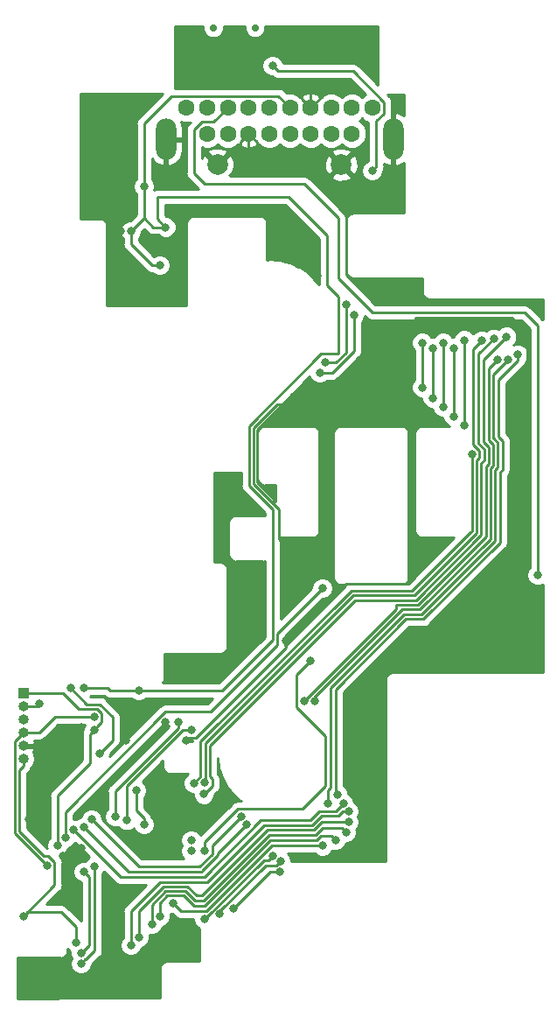
<source format=gbl>
G04 #@! TF.GenerationSoftware,KiCad,Pcbnew,(5.0.1)-4*
G04 #@! TF.CreationDate,2019-03-10T19:06:40+01:00*
G04 #@! TF.ProjectId,wiihdmi_wmi,77696968646D695F776D692E6B696361,rev?*
G04 #@! TF.SameCoordinates,Original*
G04 #@! TF.FileFunction,Copper,L2,Bot,Signal*
G04 #@! TF.FilePolarity,Positive*
%FSLAX46Y46*%
G04 Gerber Fmt 4.6, Leading zero omitted, Abs format (unit mm)*
G04 Created by KiCad (PCBNEW (5.0.1)-4) date 10.03.2019 19:06:40*
%MOMM*%
%LPD*%
G01*
G04 APERTURE LIST*
G04 #@! TA.AperFunction,ComponentPad*
%ADD10O,1.000000X1.000000*%
G04 #@! TD*
G04 #@! TA.AperFunction,ComponentPad*
%ADD11R,1.000000X1.000000*%
G04 #@! TD*
G04 #@! TA.AperFunction,ComponentPad*
%ADD12C,0.700000*%
G04 #@! TD*
G04 #@! TA.AperFunction,ComponentPad*
%ADD13C,2.000000*%
G04 #@! TD*
G04 #@! TA.AperFunction,ComponentPad*
%ADD14O,2.000000X4.000000*%
G04 #@! TD*
G04 #@! TA.AperFunction,ComponentPad*
%ADD15C,1.600000*%
G04 #@! TD*
G04 #@! TA.AperFunction,ViaPad*
%ADD16C,0.800000*%
G04 #@! TD*
G04 #@! TA.AperFunction,Conductor*
%ADD17C,0.250000*%
G04 #@! TD*
G04 #@! TA.AperFunction,Conductor*
%ADD18C,0.254000*%
G04 #@! TD*
G04 APERTURE END LIST*
D10*
G04 #@! TO.P,J1,6*
G04 #@! TO.N,+3V3*
X55626000Y-144526000D03*
G04 #@! TO.P,J1,5*
G04 #@! TO.N,GND*
X55626000Y-143256000D03*
G04 #@! TO.P,J1,4*
G04 #@! TO.N,CLK*
X55626000Y-141986000D03*
G04 #@! TO.P,J1,3*
G04 #@! TO.N,CS*
X55626000Y-140716000D03*
G04 #@! TO.P,J1,2*
G04 #@! TO.N,SO*
X55626000Y-139446000D03*
D11*
G04 #@! TO.P,J1,1*
G04 #@! TO.N,SI*
X55626000Y-138176000D03*
G04 #@! TD*
D12*
G04 #@! TO.P,SW1,1*
G04 #@! TO.N,IR_Button*
X74028000Y-73814000D03*
X78078000Y-73814000D03*
G04 #@! TD*
D13*
G04 #@! TO.P,J2,19*
G04 #@! TO.N,GND*
X86416000Y-87044000D03*
X74416000Y-87044000D03*
D14*
X91440000Y-84582000D03*
X69440000Y-84582000D03*
D15*
G04 #@! TO.P,J2,11*
G04 #@! TO.N,Wii_Pr_Blue*
X83440000Y-84044000D03*
G04 #@! TO.P,J2,1*
G04 #@! TO.N,Wii_Audio_Left*
X73440000Y-84044000D03*
G04 #@! TO.P,J2,3*
G04 #@! TO.N,Wii_Composite_Video*
X75440000Y-84044000D03*
G04 #@! TO.P,J2,7*
G04 #@! TO.N,Wii_Y_Luma_Red*
X79440000Y-84044000D03*
G04 #@! TO.P,J2,13*
G04 #@! TO.N,+12V*
X85440000Y-84044000D03*
G04 #@! TO.P,J2,5*
G04 #@! TO.N,GND*
X77440000Y-84044000D03*
G04 #@! TO.P,J2,9*
G04 #@! TO.N,Wii_Pb_Chroma_Green*
X81440000Y-84044000D03*
G04 #@! TO.P,J2,15*
G04 #@! TO.N,Net-(J2-Pad15)*
X87440000Y-84044000D03*
G04 #@! TO.P,J2,17*
G04 #@! TO.N,Net-(J2-Pad17)*
X71440000Y-81544000D03*
G04 #@! TO.P,J2,2*
G04 #@! TO.N,Wii_Audio_Right*
X73440000Y-81544000D03*
G04 #@! TO.P,J2,4*
G04 #@! TO.N,+5V*
X75440000Y-81544000D03*
G04 #@! TO.P,J2,6*
G04 #@! TO.N,GND*
X77440000Y-81544000D03*
G04 #@! TO.P,J2,8*
G04 #@! TO.N,+3V3*
X79440000Y-81544000D03*
G04 #@! TO.P,J2,10*
X81440000Y-81544000D03*
G04 #@! TO.P,J2,12*
G04 #@! TO.N,GND*
X83440000Y-81544000D03*
G04 #@! TO.P,J2,14*
G04 #@! TO.N,Net-(J2-Pad14)*
X85440000Y-81544000D03*
G04 #@! TO.P,J2,16*
G04 #@! TO.N,Net-(J2-Pad16)*
X87440000Y-81544000D03*
G04 #@! TO.P,J2,18*
G04 #@! TO.N,Net-(J2-Pad18)*
X89440000Y-81544000D03*
G04 #@! TD*
D16*
G04 #@! TO.N,+3V3*
X61468000Y-137668000D03*
X68834000Y-96774000D03*
X66040000Y-93472000D03*
X67310000Y-89154000D03*
X69413000Y-93091000D03*
X66802000Y-137922000D03*
X55626000Y-159766000D03*
X60742999Y-162306000D03*
X67310000Y-150876000D03*
X66548000Y-147574000D03*
G04 #@! TO.N,GND*
X59436000Y-153924000D03*
X85598000Y-110236000D03*
X81534000Y-123698000D03*
X104394000Y-122428000D03*
X92710000Y-102870000D03*
X81026000Y-133096000D03*
X69342000Y-140970000D03*
X61214000Y-141478000D03*
X65532000Y-142748000D03*
X56134000Y-150368000D03*
X68142051Y-147781299D03*
X68834000Y-149860000D03*
X70866000Y-151638000D03*
X59436000Y-144272000D03*
X69342000Y-153416000D03*
X65024000Y-93472000D03*
X65024000Y-99822000D03*
X65786000Y-84582000D03*
X61214000Y-153162000D03*
X69342000Y-163830000D03*
X64770000Y-160782000D03*
X103632000Y-128016000D03*
X103632000Y-132588000D03*
X96012000Y-134874000D03*
X100076000Y-134874000D03*
X66294000Y-157226000D03*
X66294000Y-152400000D03*
X67818000Y-139446000D03*
X71374000Y-135890000D03*
X72390000Y-135890000D03*
X73406000Y-135890000D03*
X70358000Y-135890000D03*
X83058000Y-108204000D03*
X81788000Y-109474000D03*
X88392000Y-98806000D03*
X84074000Y-97790000D03*
X77978000Y-77470000D03*
X82296000Y-74422000D03*
X83440000Y-79376000D03*
X72390000Y-163830000D03*
X65786000Y-164592000D03*
X71374000Y-142748000D03*
X56896000Y-165608000D03*
X93472000Y-124206000D03*
X95250000Y-124206000D03*
X86106000Y-128016000D03*
G04 #@! TO.N,SI*
X62484000Y-141732000D03*
X58928000Y-152908000D03*
G04 #@! TO.N,SO*
X57150000Y-139192000D03*
G04 #@! TO.N,CS*
X62992000Y-143981000D03*
X60198000Y-137668000D03*
G04 #@! TO.N,CLK*
X62484000Y-140462000D03*
X57935301Y-154881795D03*
G04 #@! TO.N,+5V*
X105410000Y-126746000D03*
G04 #@! TO.N,TMDS_DATA2_+*
X80424946Y-155448000D03*
X75950653Y-159008653D03*
G04 #@! TO.N,TMDS_DATA2_-*
X80518000Y-154432000D03*
X74654629Y-159512000D03*
G04 #@! TO.N,TMDS_DATA1_+*
X79756000Y-153924000D03*
X73152000Y-160020000D03*
G04 #@! TO.N,TMDS_DATA1_-*
X84582000Y-152945000D03*
X70104000Y-158496000D03*
G04 #@! TO.N,TMDS_DATA0_+*
X85852000Y-152400000D03*
X68834000Y-159766000D03*
G04 #@! TO.N,TMDS_DATA0_-*
X86868000Y-151638000D03*
X68072000Y-160528000D03*
G04 #@! TO.N,TMDS_CLOCK_+*
X87122000Y-150622000D03*
X66802000Y-161798000D03*
G04 #@! TO.N,TMDS_CLOCK_-*
X87122000Y-149606000D03*
X66040000Y-162560000D03*
G04 #@! TO.N,VData2*
X83829306Y-138938000D03*
X101532198Y-105897877D03*
G04 #@! TO.N,VData3*
X82804000Y-138938000D03*
X102414142Y-103684142D03*
G04 #@! TO.N,VData1*
X71882000Y-152400000D03*
X85090000Y-148881000D03*
X102576690Y-105878690D03*
G04 #@! TO.N,VData0*
X71882000Y-153416000D03*
X86069256Y-148030625D03*
X103505000Y-105410000D03*
G04 #@! TO.N,54MHz*
X84582000Y-128016000D03*
X59690000Y-152146000D03*
G04 #@! TO.N,CSel*
X73152000Y-153416000D03*
X83439000Y-135001000D03*
G04 #@! TO.N,VData5*
X73191288Y-146833038D03*
X99991836Y-104055836D03*
G04 #@! TO.N,VData4*
X73108721Y-147940911D03*
X101202989Y-103869989D03*
G04 #@! TO.N,VData6*
X72136000Y-146863020D03*
X98298000Y-104013000D03*
X99060000Y-115062000D03*
X98298000Y-112268000D03*
G04 #@! TO.N,VData7*
X97282000Y-104775000D03*
X97282000Y-111379000D03*
G04 #@! TO.N,LRCK*
X76708000Y-150114000D03*
X62230000Y-150368000D03*
X96266000Y-104267000D03*
X96266000Y-110490000D03*
G04 #@! TO.N,AData*
X77216000Y-150876000D03*
X61468000Y-151125347D03*
X95250000Y-104775000D03*
X95250000Y-109601000D03*
G04 #@! TO.N,BCLK*
X86651000Y-148844000D03*
X60452000Y-151384000D03*
X94234000Y-104267000D03*
X94234000Y-108585000D03*
G04 #@! TO.N,IR_Button*
X61214000Y-163322000D03*
X61468000Y-155448000D03*
X64516000Y-150114000D03*
X70612000Y-140970000D03*
X84328000Y-107188000D03*
X87630000Y-101600000D03*
X89408000Y-87630000D03*
X79756000Y-77470000D03*
G04 #@! TO.N,IR_Receiver*
X61214000Y-164338000D03*
X62521000Y-154940000D03*
X65637855Y-150473855D03*
X71882000Y-141732000D03*
X84836000Y-106172000D03*
X86868000Y-100584000D03*
G04 #@! TD*
D17*
G04 #@! TO.N,+3V3*
X80314999Y-80418999D02*
X69949001Y-80418999D01*
X81440000Y-81544000D02*
X80314999Y-80418999D01*
X69949001Y-80418999D02*
X67310000Y-83058000D01*
X67310000Y-83058000D02*
X67310000Y-89154000D01*
X66040000Y-94742000D02*
X68072000Y-96774000D01*
X68072000Y-96774000D02*
X68834000Y-96774000D01*
X63754000Y-137668000D02*
X61468000Y-137668000D01*
X64008000Y-137922000D02*
X63754000Y-137668000D01*
X77470000Y-112361054D02*
X77470000Y-118110000D01*
X79756000Y-120396000D02*
X79756000Y-133038301D01*
X84478753Y-105352301D02*
X77470000Y-112361054D01*
X79756000Y-133038301D02*
X74872301Y-137922000D01*
X68580000Y-91440000D02*
X68580000Y-90170000D01*
X86106000Y-99822000D02*
X86106000Y-105352301D01*
X68580000Y-90170000D02*
X81280000Y-90170000D01*
X86106000Y-105352301D02*
X84478753Y-105352301D01*
X81280000Y-90170000D02*
X84994359Y-93884359D01*
X77470000Y-118110000D02*
X79756000Y-120396000D01*
X84994359Y-93884359D02*
X84994359Y-98710359D01*
X84994359Y-98710359D02*
X86106000Y-99822000D01*
X69342000Y-137922000D02*
X66802000Y-137922000D01*
X74872301Y-137922000D02*
X69342000Y-137922000D01*
X66040000Y-93472000D02*
X66040000Y-94742000D01*
X68580000Y-92258000D02*
X69413000Y-93091000D01*
X68580000Y-91440000D02*
X68580000Y-92258000D01*
X67310000Y-92202000D02*
X66040000Y-93472000D01*
X67310000Y-89154000D02*
X67310000Y-92202000D01*
X68199000Y-93091000D02*
X67310000Y-92202000D01*
X69413000Y-93091000D02*
X68199000Y-93091000D01*
X66802000Y-137922000D02*
X64008000Y-137922000D01*
X55626000Y-145233106D02*
X55231020Y-145628086D01*
X55626000Y-144526000D02*
X55626000Y-145233106D01*
X55231020Y-145628086D02*
X55231020Y-150622000D01*
X55231020Y-150622000D02*
X55231020Y-151541104D01*
X55231020Y-151541104D02*
X57613916Y-153924000D01*
X58660302Y-156731698D02*
X55626000Y-159766000D01*
X58660302Y-154533794D02*
X58660302Y-156731698D01*
X57613916Y-153924000D02*
X58050508Y-153924000D01*
X58050508Y-153924000D02*
X58660302Y-154533794D01*
X60742999Y-160818999D02*
X60742999Y-162560000D01*
X55626000Y-159766000D02*
X56025999Y-159366001D01*
X56025999Y-159366001D02*
X59290001Y-159366001D01*
X59290001Y-159366001D02*
X60742999Y-160818999D01*
X67310000Y-150310315D02*
X66548000Y-149548315D01*
X67310000Y-150876000D02*
X67310000Y-150310315D01*
X66548000Y-149548315D02*
X66548000Y-147828000D01*
X66548000Y-147828000D02*
X66548000Y-147574000D01*
G04 #@! TO.N,GND*
X80231464Y-110236000D02*
X77920010Y-112547454D01*
X77920010Y-112547454D02*
X77920010Y-117923600D01*
X77920010Y-117923600D02*
X80371990Y-120375580D01*
X80371990Y-120375580D02*
X80371990Y-123297990D01*
X93689001Y-101890999D02*
X92710000Y-102870000D01*
X102906999Y-101890999D02*
X93689001Y-101890999D01*
X104394000Y-122428000D02*
X104394000Y-103378000D01*
X104394000Y-103378000D02*
X102906999Y-101890999D01*
X81026000Y-133770012D02*
X72302012Y-142494000D01*
X81026000Y-133096000D02*
X81026000Y-133770012D01*
X72302012Y-142494000D02*
X71628000Y-142494000D01*
X71628000Y-142494000D02*
X71374000Y-142748000D01*
X55626000Y-143256000D02*
X57404000Y-143256000D01*
X59182000Y-141478000D02*
X61214000Y-141478000D01*
X68142051Y-147781299D02*
X68834000Y-148473248D01*
X68834000Y-148473248D02*
X68834000Y-149860000D01*
X69088000Y-149860000D02*
X68834000Y-149860000D01*
X70866000Y-151638000D02*
X69088000Y-149860000D01*
X65024000Y-99822000D02*
X65024000Y-93472000D01*
X60452000Y-153924000D02*
X61214000Y-153162000D01*
X59436000Y-153924000D02*
X60452000Y-153924000D01*
X80371990Y-123297990D02*
X80772000Y-123698000D01*
X80772000Y-123698000D02*
X81534000Y-123698000D01*
X77978000Y-77470000D02*
X81026000Y-74422000D01*
X81026000Y-74422000D02*
X82296000Y-74422000D01*
X77440000Y-84044000D02*
X77440000Y-85568000D01*
X77440000Y-85568000D02*
X77470000Y-85598000D01*
X78239999Y-84843999D02*
X78239999Y-85590001D01*
X77440000Y-84044000D02*
X78239999Y-84843999D01*
X76640001Y-84843999D02*
X76640001Y-85784001D01*
X77440000Y-84044000D02*
X76640001Y-84843999D01*
X83440000Y-81544000D02*
X83440000Y-79376000D01*
X83440000Y-81544000D02*
X84582000Y-80402000D01*
X83440000Y-81544000D02*
X82550000Y-80654000D01*
X82550000Y-80654000D02*
X82550000Y-79756000D01*
X57404000Y-143256000D02*
X59182000Y-141478000D01*
X58420000Y-144272000D02*
X57404000Y-143256000D01*
X59436000Y-144272000D02*
X58420000Y-144272000D01*
X92039999Y-127599999D02*
X92872001Y-127599999D01*
X92872001Y-127599999D02*
X92964000Y-127508000D01*
X92039999Y-127599999D02*
X86776001Y-127599999D01*
X80231464Y-110236000D02*
X85598000Y-110236000D01*
G04 #@! TO.N,SI*
X55626000Y-138176000D02*
X59436000Y-138176000D01*
X59436000Y-138176000D02*
X60960000Y-139700000D01*
X62883999Y-141332001D02*
X62484000Y-141732000D01*
X63209001Y-141006999D02*
X62883999Y-141332001D01*
X63209001Y-140113999D02*
X63209001Y-141006999D01*
X62795002Y-139700000D02*
X63209001Y-140113999D01*
X60960000Y-139700000D02*
X62795002Y-139700000D01*
X62084001Y-142131999D02*
X62084001Y-144925999D01*
X62484000Y-141732000D02*
X62084001Y-142131999D01*
X62084001Y-144925999D02*
X58928000Y-148082000D01*
X58928000Y-148082000D02*
X58928000Y-152908000D01*
G04 #@! TO.N,SO*
X56896000Y-139446000D02*
X57150000Y-139192000D01*
X55626000Y-139446000D02*
X56896000Y-139446000D01*
G04 #@! TO.N,CS*
X62992000Y-143981000D02*
X64262000Y-142711000D01*
X64262000Y-142711000D02*
X64262000Y-140462000D01*
X61779990Y-139249990D02*
X60198000Y-137668000D01*
X64262000Y-140462000D02*
X63049990Y-139249990D01*
X63049990Y-139249990D02*
X61779990Y-139249990D01*
G04 #@! TO.N,CLK*
X62484000Y-140462000D02*
X58674000Y-140462000D01*
X57150000Y-141986000D02*
X55626000Y-141986000D01*
X58674000Y-140462000D02*
X57150000Y-141986000D01*
X55126001Y-142485999D02*
X55626000Y-141986000D01*
X54781010Y-142830990D02*
X55126001Y-142485999D01*
X54781010Y-151727504D02*
X54781010Y-142830990D01*
X57935301Y-154881795D02*
X54781010Y-151727504D01*
G04 #@! TO.N,+5V*
X86106000Y-92202000D02*
X86106000Y-98044000D01*
X74065001Y-82918999D02*
X72899999Y-82918999D01*
X75440000Y-81544000D02*
X74065001Y-82918999D01*
X72899999Y-82918999D02*
X72136000Y-83682998D01*
X82804000Y-88900000D02*
X86106000Y-92202000D01*
X72136000Y-83682998D02*
X72136000Y-87884000D01*
X72136000Y-87884000D02*
X73152000Y-88900000D01*
X73152000Y-88900000D02*
X82804000Y-88900000D01*
X86106000Y-98044000D02*
X89154000Y-101092000D01*
X89154000Y-101092000D02*
X89408000Y-101346000D01*
X89408000Y-101346000D02*
X103886000Y-101346000D01*
X103886000Y-101346000D02*
X104140000Y-101346000D01*
X104140000Y-101346000D02*
X105410000Y-102616000D01*
X105410000Y-102616000D02*
X105410000Y-126746000D01*
G04 #@! TO.N,TMDS_DATA2_+*
X80424946Y-155448000D02*
X79511306Y-155448000D01*
X79511306Y-155448000D02*
X75950653Y-159008653D01*
G04 #@! TO.N,TMDS_DATA2_-*
X74654629Y-159279371D02*
X74654629Y-159512000D01*
X79102001Y-154831999D02*
X74654629Y-159279371D01*
X80518000Y-154432000D02*
X80118001Y-154831999D01*
X80118001Y-154831999D02*
X79102001Y-154831999D01*
G04 #@! TO.N,TMDS_DATA1_+*
X73223408Y-160020000D02*
X73152000Y-160020000D01*
X78919409Y-154323999D02*
X73223408Y-160020000D01*
X79356001Y-154323999D02*
X78919409Y-154323999D01*
X79756000Y-153924000D02*
X79356001Y-154323999D01*
G04 #@! TO.N,TMDS_DATA1_-*
X79661998Y-152945000D02*
X73348998Y-159258000D01*
X84582000Y-152945000D02*
X79661998Y-152945000D01*
X73348998Y-159258000D02*
X72644000Y-159258000D01*
X72644000Y-159258000D02*
X70866000Y-159258000D01*
X70866000Y-159258000D02*
X70104000Y-158496000D01*
G04 #@! TO.N,TMDS_DATA0_+*
X85452001Y-152000001D02*
X84453997Y-152000001D01*
X85852000Y-152400000D02*
X85452001Y-152000001D01*
X84453997Y-152000001D02*
X84053998Y-152400000D01*
X73152000Y-158750000D02*
X72136000Y-158750000D01*
X71156999Y-157770999D02*
X69559001Y-157770999D01*
X72136000Y-158750000D02*
X71156999Y-157770999D01*
X68834000Y-158496000D02*
X68834000Y-159766000D01*
X69559001Y-157770999D02*
X68834000Y-158496000D01*
X73220588Y-158750000D02*
X72136000Y-158750000D01*
X79570588Y-152400000D02*
X73220588Y-158750000D01*
X84053998Y-152400000D02*
X79570588Y-152400000D01*
G04 #@! TO.N,TMDS_DATA0_-*
X68072000Y-159962315D02*
X68072000Y-160528000D01*
X68072000Y-158621590D02*
X68072000Y-159962315D01*
X69372600Y-157320990D02*
X68072000Y-158621590D01*
X71343399Y-157320989D02*
X69372600Y-157320990D01*
X72264410Y-158242000D02*
X71343399Y-157320989D01*
X86868000Y-151638000D02*
X86468001Y-151238001D01*
X86468001Y-151238001D02*
X84579587Y-151238001D01*
X84579587Y-151238001D02*
X83925588Y-151892000D01*
X83925588Y-151892000D02*
X79442178Y-151892000D01*
X79442178Y-151892000D02*
X73092178Y-158242000D01*
X73092178Y-158242000D02*
X72264410Y-158242000D01*
G04 #@! TO.N,TMDS_CLOCK_+*
X69186199Y-156870981D02*
X66802000Y-159255180D01*
X66802000Y-159255180D02*
X66802000Y-161232315D01*
X71529798Y-156870980D02*
X69186199Y-156870981D01*
X87122000Y-150622000D02*
X84559178Y-150622000D01*
X84559178Y-150622000D02*
X83797178Y-151384000D01*
X83797178Y-151384000D02*
X79313768Y-151384000D01*
X79313768Y-151384000D02*
X72963768Y-157734000D01*
X66802000Y-161232315D02*
X66802000Y-161798000D01*
X72963768Y-157734000D02*
X72392820Y-157734000D01*
X72392820Y-157734000D02*
X71529798Y-156870980D01*
G04 #@! TO.N,TMDS_CLOCK_-*
X66040000Y-159258000D02*
X66040000Y-162560000D01*
X68877029Y-156420971D02*
X66040000Y-159258000D01*
X73449029Y-156420971D02*
X68877029Y-156420971D01*
X86556315Y-149606000D02*
X86106000Y-150056315D01*
X87122000Y-149606000D02*
X86556315Y-149606000D01*
X86106000Y-150056315D02*
X84488453Y-150056315D01*
X84488453Y-150056315D02*
X83610778Y-150933990D01*
X83610778Y-150933990D02*
X78936010Y-150933990D01*
X78936010Y-150933990D02*
X73449029Y-156420971D01*
G04 #@! TO.N,VData2*
X83757205Y-138621205D02*
X83829306Y-138693306D01*
X92308372Y-130070038D02*
X83757205Y-138621205D01*
X94021301Y-130070038D02*
X92308372Y-130070038D01*
X100860036Y-123231303D02*
X94021301Y-130070038D01*
X83829306Y-138693306D02*
X83829306Y-138938000D01*
X100860038Y-118110000D02*
X100860036Y-123231303D01*
X101532198Y-105897877D02*
X100673311Y-106756764D01*
X100673311Y-106756764D02*
X100673311Y-113693079D01*
X100673311Y-113693079D02*
X101135031Y-114154799D01*
X101135031Y-114154799D02*
X101135030Y-116163380D01*
X101135030Y-116163380D02*
X100860038Y-116438372D01*
X100860038Y-116438372D02*
X100860038Y-118110000D01*
G04 #@! TO.N,VData3*
X91694000Y-130048000D02*
X82804000Y-138938000D01*
X91694000Y-129620028D02*
X91694000Y-130048000D01*
X93834901Y-129620028D02*
X91694000Y-129620028D01*
X100410027Y-123044902D02*
X93834901Y-129620028D01*
X102414142Y-103684142D02*
X100223301Y-105874983D01*
X100223301Y-105874983D02*
X100223301Y-113879479D01*
X100223301Y-113879479D02*
X100685021Y-114341199D01*
X100685021Y-114341199D02*
X100685021Y-115976979D01*
X100685021Y-115976979D02*
X100410028Y-116251972D01*
X100410028Y-116251972D02*
X100410027Y-123044902D01*
G04 #@! TO.N,VData1*
X85090000Y-148844000D02*
X85102359Y-148844000D01*
X85102359Y-148844000D02*
X85139359Y-148881000D01*
X85344000Y-147320000D02*
X85090000Y-147574000D01*
X85344000Y-137670820D02*
X85344000Y-147320000D01*
X94171749Y-130556000D02*
X92458820Y-130556000D01*
X101310048Y-123417701D02*
X94171749Y-130556000D01*
X101310048Y-116624772D02*
X101310048Y-123417701D01*
X101585039Y-116349781D02*
X101310048Y-116624772D01*
X92458820Y-130556000D02*
X85344000Y-137670820D01*
X101172030Y-113555388D02*
X101585040Y-113968400D01*
X85090000Y-147574000D02*
X85090000Y-148881000D01*
X101585040Y-113968400D02*
X101585039Y-116349781D01*
X102576690Y-105878690D02*
X101123321Y-107332059D01*
X101123321Y-107332059D02*
X101123321Y-113506679D01*
G04 #@! TO.N,VData0*
X85852000Y-137799230D02*
X85852000Y-147813369D01*
X92645220Y-131006010D02*
X85852000Y-137799230D01*
X94358149Y-131006010D02*
X92645220Y-131006010D01*
X101760058Y-116811172D02*
X101760057Y-123604102D01*
X103505000Y-105410000D02*
X103505000Y-105975685D01*
X101760057Y-123604102D02*
X94358149Y-131006010D01*
X103505000Y-105975685D02*
X101622040Y-107858645D01*
X101622040Y-107858645D02*
X101622040Y-113368989D01*
X101622040Y-113368989D02*
X102035049Y-113782001D01*
X85852000Y-147813369D02*
X86069256Y-148030625D01*
X102035049Y-113782001D02*
X102035048Y-116536182D01*
X102035048Y-116536182D02*
X101760058Y-116811172D01*
G04 #@! TO.N,54MHz*
X59690000Y-149663002D02*
X69399002Y-139954000D01*
X69399002Y-139954000D02*
X73769010Y-139954000D01*
X59690000Y-152146000D02*
X59690000Y-149663002D01*
X80206010Y-133517000D02*
X79611010Y-134112000D01*
X80206010Y-132391990D02*
X80206010Y-133517000D01*
X84582000Y-128016000D02*
X80206010Y-132391990D01*
X79865010Y-133858000D02*
X79611010Y-134112000D01*
X79611010Y-134112000D02*
X73769010Y-139954000D01*
G04 #@! TO.N,CSel*
X82078999Y-136361001D02*
X83439000Y-135001000D01*
X82078999Y-139542372D02*
X82078999Y-136361001D01*
X73152000Y-152596998D02*
X76359999Y-149388999D01*
X73152000Y-153416000D02*
X73152000Y-152596998D01*
X82638591Y-149388999D02*
X84893990Y-147133600D01*
X76359999Y-149388999D02*
X82638591Y-149388999D01*
X84893990Y-147133600D02*
X84893990Y-142357363D01*
X84893990Y-142357363D02*
X82078999Y-139542372D01*
G04 #@! TO.N,VData5*
X73240020Y-146784306D02*
X73191288Y-146833038D01*
X73240020Y-143042390D02*
X73240020Y-146784306D01*
X87562401Y-128720009D02*
X73240020Y-143042390D01*
X99991836Y-104055836D02*
X99187000Y-104860672D01*
X99187000Y-104860672D02*
X99187000Y-114115998D01*
X99187000Y-114115998D02*
X99785001Y-114713999D01*
X93462100Y-128720009D02*
X87562401Y-128720009D01*
X99510009Y-122672100D02*
X93462100Y-128720009D01*
X99785001Y-115410001D02*
X99510010Y-115684992D01*
X99785001Y-114713999D02*
X99785001Y-115410001D01*
X99510010Y-115684992D02*
X99510009Y-122672100D01*
G04 #@! TO.N,VData4*
X73221632Y-147828000D02*
X73108721Y-147940911D01*
X73916289Y-147181039D02*
X73269328Y-147828000D01*
X73690030Y-143228790D02*
X73690030Y-146258778D01*
X87748802Y-129170018D02*
X73690030Y-143228790D01*
X73269328Y-147828000D02*
X73221632Y-147828000D01*
X99960018Y-122858501D02*
X93648501Y-129170018D01*
X99724206Y-105348772D02*
X99724206Y-114016794D01*
X73690030Y-146258778D02*
X73916289Y-146485037D01*
X101202989Y-103869989D02*
X99724206Y-105348772D01*
X99724206Y-114016794D02*
X100235011Y-114527599D01*
X93648501Y-129170018D02*
X87748802Y-129170018D01*
X100235011Y-115664989D02*
X99960019Y-115939981D01*
X73916289Y-146485037D02*
X73916289Y-147181039D01*
X100235011Y-114527599D02*
X100235011Y-115664989D01*
X99960019Y-115939981D02*
X99960018Y-122858501D01*
G04 #@! TO.N,VData6*
X93275699Y-128270000D02*
X87376000Y-128270000D01*
X72790010Y-146209010D02*
X72136000Y-146863020D01*
X87376000Y-128270000D02*
X72790010Y-142855990D01*
X72790010Y-142855990D02*
X72790010Y-146209010D01*
X99060000Y-122485699D02*
X98609699Y-122936000D01*
X98952010Y-122593689D02*
X98609699Y-122936000D01*
X98609699Y-122936000D02*
X93275699Y-128270000D01*
X98298000Y-104013000D02*
X98298000Y-112268000D01*
X99060000Y-115062000D02*
X99060000Y-122485699D01*
G04 #@! TO.N,VData7*
X97282000Y-104775000D02*
X97282000Y-111379000D01*
G04 #@! TO.N,LRCK*
X73914000Y-152908000D02*
X76708000Y-150114000D01*
X73914000Y-153727002D02*
X73914000Y-152908000D01*
X72701002Y-154940000D02*
X73914000Y-153727002D01*
X66802000Y-154940000D02*
X72701002Y-154940000D01*
X66802000Y-154940000D02*
X62230000Y-150368000D01*
X96266000Y-104267000D02*
X96266000Y-110490000D01*
G04 #@! TO.N,AData*
X65790653Y-155448000D02*
X61468000Y-151125347D01*
X72898000Y-155448000D02*
X65790653Y-155448000D01*
X72898000Y-155379412D02*
X74422000Y-153855412D01*
X72898000Y-155448000D02*
X72898000Y-155379412D01*
X74422000Y-153670000D02*
X77216000Y-150876000D01*
X74422000Y-153855412D02*
X74422000Y-153670000D01*
X95250000Y-104775000D02*
X95250000Y-109601000D01*
G04 #@! TO.N,BCLK*
X65024000Y-155956000D02*
X60452000Y-151384000D01*
X73152000Y-155956000D02*
X65024000Y-155956000D01*
X86651000Y-148874905D02*
X85919905Y-149606000D01*
X86651000Y-148657315D02*
X86651000Y-148874905D01*
X85919905Y-149606000D02*
X84302358Y-149606000D01*
X84302358Y-149606000D02*
X83424378Y-150483980D01*
X83424378Y-150483980D02*
X78624020Y-150483980D01*
X78624020Y-150483980D02*
X73152000Y-155956000D01*
X94234000Y-104267000D02*
X94234000Y-108585000D01*
G04 #@! TO.N,IR_Button*
X64516000Y-147641891D02*
X70612000Y-141545891D01*
X64516000Y-150114000D02*
X64516000Y-147641891D01*
X70612000Y-141545891D02*
X70612000Y-141224000D01*
X70612000Y-141224000D02*
X70612000Y-140970000D01*
X87630000Y-105101121D02*
X87630000Y-101600000D01*
X84328000Y-107188000D02*
X85543121Y-107188000D01*
X85543121Y-107188000D02*
X87630000Y-105101121D01*
X90565001Y-81003999D02*
X87539002Y-77978000D01*
X90565001Y-82084001D02*
X90565001Y-81003999D01*
X89807999Y-82841003D02*
X90565001Y-82084001D01*
X89408000Y-87630000D02*
X89807999Y-87230001D01*
X89807999Y-87230001D02*
X89807999Y-82841003D01*
X87539002Y-77978000D02*
X82296000Y-77978000D01*
X82296000Y-77978000D02*
X80264000Y-77978000D01*
X80264000Y-77978000D02*
X79756000Y-77470000D01*
X61976000Y-162560000D02*
X61214000Y-163322000D01*
X61468000Y-155448000D02*
X61976000Y-155956000D01*
X61976000Y-155956000D02*
X61976000Y-162560000D01*
G04 #@! TO.N,IR_Receiver*
X71062301Y-141732000D02*
X71882000Y-141732000D01*
X65637855Y-150473855D02*
X65637855Y-147156446D01*
X65637855Y-147156446D02*
X71062301Y-141732000D01*
X86868000Y-105226711D02*
X86868000Y-100584000D01*
X84836000Y-106172000D02*
X85922711Y-106172000D01*
X85922711Y-106172000D02*
X86868000Y-105226711D01*
X61613999Y-163938001D02*
X61214000Y-164338000D01*
X61671001Y-163938001D02*
X61613999Y-163938001D01*
X62521000Y-163088002D02*
X61671001Y-163938001D01*
X62521000Y-154940000D02*
X62521000Y-163088002D01*
G04 #@! TD*
D18*
G04 #@! TO.N,GND*
G36*
X64433673Y-156440476D02*
X64476071Y-156503929D01*
X64539524Y-156546327D01*
X64539526Y-156546329D01*
X64627461Y-156605085D01*
X64727463Y-156671904D01*
X64949148Y-156716000D01*
X64949152Y-156716000D01*
X65023999Y-156730888D01*
X65098846Y-156716000D01*
X67507198Y-156716000D01*
X65555530Y-158667669D01*
X65492071Y-158710071D01*
X65324096Y-158961464D01*
X65280000Y-159183149D01*
X65280000Y-159183153D01*
X65265112Y-159258000D01*
X65280000Y-159332847D01*
X65280001Y-161856288D01*
X65162569Y-161973720D01*
X65005000Y-162354126D01*
X65005000Y-162765874D01*
X65162569Y-163146280D01*
X65453720Y-163437431D01*
X65834126Y-163595000D01*
X66245874Y-163595000D01*
X66626280Y-163437431D01*
X66917431Y-163146280D01*
X67055339Y-162813339D01*
X67388280Y-162675431D01*
X67679431Y-162384280D01*
X67837000Y-162003874D01*
X67837000Y-161592126D01*
X67816405Y-161542405D01*
X67866126Y-161563000D01*
X68277874Y-161563000D01*
X68658280Y-161405431D01*
X68949431Y-161114280D01*
X69087339Y-160781339D01*
X69420280Y-160643431D01*
X69711431Y-160352280D01*
X69869000Y-159971874D01*
X69869000Y-159560126D01*
X69848405Y-159510405D01*
X69898126Y-159531000D01*
X70064198Y-159531000D01*
X70275671Y-159742473D01*
X70318071Y-159805929D01*
X70381527Y-159848329D01*
X70569462Y-159973904D01*
X70617605Y-159983480D01*
X70791148Y-160018000D01*
X70791152Y-160018000D01*
X70866000Y-160032888D01*
X70940848Y-160018000D01*
X72117000Y-160018000D01*
X72117000Y-160225874D01*
X72274569Y-160606280D01*
X72565720Y-160897431D01*
X72675148Y-160942758D01*
X72656601Y-161036000D01*
X72671000Y-161108388D01*
X72671001Y-164111000D01*
X69668388Y-164111000D01*
X69596000Y-164096601D01*
X69523612Y-164111000D01*
X69309217Y-164153646D01*
X69066095Y-164316095D01*
X68903646Y-164559217D01*
X68846601Y-164846000D01*
X68861000Y-164918388D01*
X68861001Y-167667000D01*
X59109612Y-167667000D01*
X58983929Y-167692000D01*
X55066000Y-167692000D01*
X55066000Y-163778000D01*
X59112075Y-163778000D01*
X59182000Y-163791909D01*
X59459028Y-163736805D01*
X59693881Y-163579881D01*
X59850805Y-163345028D01*
X59892000Y-163137926D01*
X59905909Y-163068000D01*
X59892000Y-162998074D01*
X59892000Y-162918712D01*
X60156719Y-163183431D01*
X60179000Y-163192660D01*
X60179000Y-163527874D01*
X60304144Y-163830000D01*
X60179000Y-164132126D01*
X60179000Y-164543874D01*
X60336569Y-164924280D01*
X60627720Y-165215431D01*
X61008126Y-165373000D01*
X61419874Y-165373000D01*
X61800280Y-165215431D01*
X62091431Y-164924280D01*
X62249000Y-164543874D01*
X62249000Y-164440927D01*
X62261332Y-164422471D01*
X63005473Y-163678331D01*
X63068929Y-163635931D01*
X63236904Y-163384539D01*
X63281000Y-163162854D01*
X63281000Y-163162850D01*
X63295888Y-163088003D01*
X63281000Y-163013156D01*
X63281000Y-155643711D01*
X63398431Y-155526280D01*
X63433885Y-155440687D01*
X64433673Y-156440476D01*
X64433673Y-156440476D01*
G37*
X64433673Y-156440476D02*
X64476071Y-156503929D01*
X64539524Y-156546327D01*
X64539526Y-156546329D01*
X64627461Y-156605085D01*
X64727463Y-156671904D01*
X64949148Y-156716000D01*
X64949152Y-156716000D01*
X65023999Y-156730888D01*
X65098846Y-156716000D01*
X67507198Y-156716000D01*
X65555530Y-158667669D01*
X65492071Y-158710071D01*
X65324096Y-158961464D01*
X65280000Y-159183149D01*
X65280000Y-159183153D01*
X65265112Y-159258000D01*
X65280000Y-159332847D01*
X65280001Y-161856288D01*
X65162569Y-161973720D01*
X65005000Y-162354126D01*
X65005000Y-162765874D01*
X65162569Y-163146280D01*
X65453720Y-163437431D01*
X65834126Y-163595000D01*
X66245874Y-163595000D01*
X66626280Y-163437431D01*
X66917431Y-163146280D01*
X67055339Y-162813339D01*
X67388280Y-162675431D01*
X67679431Y-162384280D01*
X67837000Y-162003874D01*
X67837000Y-161592126D01*
X67816405Y-161542405D01*
X67866126Y-161563000D01*
X68277874Y-161563000D01*
X68658280Y-161405431D01*
X68949431Y-161114280D01*
X69087339Y-160781339D01*
X69420280Y-160643431D01*
X69711431Y-160352280D01*
X69869000Y-159971874D01*
X69869000Y-159560126D01*
X69848405Y-159510405D01*
X69898126Y-159531000D01*
X70064198Y-159531000D01*
X70275671Y-159742473D01*
X70318071Y-159805929D01*
X70381527Y-159848329D01*
X70569462Y-159973904D01*
X70617605Y-159983480D01*
X70791148Y-160018000D01*
X70791152Y-160018000D01*
X70866000Y-160032888D01*
X70940848Y-160018000D01*
X72117000Y-160018000D01*
X72117000Y-160225874D01*
X72274569Y-160606280D01*
X72565720Y-160897431D01*
X72675148Y-160942758D01*
X72656601Y-161036000D01*
X72671000Y-161108388D01*
X72671001Y-164111000D01*
X69668388Y-164111000D01*
X69596000Y-164096601D01*
X69523612Y-164111000D01*
X69309217Y-164153646D01*
X69066095Y-164316095D01*
X68903646Y-164559217D01*
X68846601Y-164846000D01*
X68861000Y-164918388D01*
X68861001Y-167667000D01*
X59109612Y-167667000D01*
X58983929Y-167692000D01*
X55066000Y-167692000D01*
X55066000Y-163778000D01*
X59112075Y-163778000D01*
X59182000Y-163791909D01*
X59459028Y-163736805D01*
X59693881Y-163579881D01*
X59850805Y-163345028D01*
X59892000Y-163137926D01*
X59905909Y-163068000D01*
X59892000Y-162998074D01*
X59892000Y-162918712D01*
X60156719Y-163183431D01*
X60179000Y-163192660D01*
X60179000Y-163527874D01*
X60304144Y-163830000D01*
X60179000Y-164132126D01*
X60179000Y-164543874D01*
X60336569Y-164924280D01*
X60627720Y-165215431D01*
X61008126Y-165373000D01*
X61419874Y-165373000D01*
X61800280Y-165215431D01*
X62091431Y-164924280D01*
X62249000Y-164543874D01*
X62249000Y-164440927D01*
X62261332Y-164422471D01*
X63005473Y-163678331D01*
X63068929Y-163635931D01*
X63236904Y-163384539D01*
X63281000Y-163162854D01*
X63281000Y-163162850D01*
X63295888Y-163088003D01*
X63281000Y-163013156D01*
X63281000Y-155643711D01*
X63398431Y-155526280D01*
X63433885Y-155440687D01*
X64433673Y-156440476D01*
G36*
X62020313Y-154027115D02*
X61934720Y-154062569D01*
X61643569Y-154353720D01*
X61619014Y-154413000D01*
X61262126Y-154413000D01*
X60881720Y-154570569D01*
X60590569Y-154861720D01*
X60433000Y-155242126D01*
X60433000Y-155653874D01*
X60590569Y-156034280D01*
X60881720Y-156325431D01*
X61216000Y-156463894D01*
X61216001Y-160217198D01*
X59880332Y-158881531D01*
X59837930Y-158818072D01*
X59586538Y-158650097D01*
X59364853Y-158606001D01*
X59364848Y-158606001D01*
X59290001Y-158591113D01*
X59215154Y-158606001D01*
X57860801Y-158606001D01*
X59144775Y-157322027D01*
X59208231Y-157279627D01*
X59376206Y-157028235D01*
X59420302Y-156806550D01*
X59420302Y-156806546D01*
X59435190Y-156731699D01*
X59420302Y-156656852D01*
X59420302Y-154608641D01*
X59435190Y-154533794D01*
X59420302Y-154458947D01*
X59420302Y-154458942D01*
X59376206Y-154237257D01*
X59208231Y-153985865D01*
X59144775Y-153943465D01*
X59141253Y-153939943D01*
X59514280Y-153785431D01*
X59805431Y-153494280D01*
X59943339Y-153161339D01*
X60276280Y-153023431D01*
X60567431Y-152732280D01*
X60613722Y-152620523D01*
X62020313Y-154027115D01*
X62020313Y-154027115D01*
G37*
X62020313Y-154027115D02*
X61934720Y-154062569D01*
X61643569Y-154353720D01*
X61619014Y-154413000D01*
X61262126Y-154413000D01*
X60881720Y-154570569D01*
X60590569Y-154861720D01*
X60433000Y-155242126D01*
X60433000Y-155653874D01*
X60590569Y-156034280D01*
X60881720Y-156325431D01*
X61216000Y-156463894D01*
X61216001Y-160217198D01*
X59880332Y-158881531D01*
X59837930Y-158818072D01*
X59586538Y-158650097D01*
X59364853Y-158606001D01*
X59364848Y-158606001D01*
X59290001Y-158591113D01*
X59215154Y-158606001D01*
X57860801Y-158606001D01*
X59144775Y-157322027D01*
X59208231Y-157279627D01*
X59376206Y-157028235D01*
X59420302Y-156806550D01*
X59420302Y-156806546D01*
X59435190Y-156731699D01*
X59420302Y-156656852D01*
X59420302Y-154608641D01*
X59435190Y-154533794D01*
X59420302Y-154458947D01*
X59420302Y-154458942D01*
X59376206Y-154237257D01*
X59208231Y-153985865D01*
X59144775Y-153943465D01*
X59141253Y-153939943D01*
X59514280Y-153785431D01*
X59805431Y-153494280D01*
X59943339Y-153161339D01*
X60276280Y-153023431D01*
X60567431Y-152732280D01*
X60613722Y-152620523D01*
X62020313Y-154027115D01*
G36*
X88669527Y-101682329D02*
X88669530Y-101682331D01*
X88817669Y-101830470D01*
X88860071Y-101893929D01*
X89111463Y-102061904D01*
X89333148Y-102106000D01*
X89333152Y-102106000D01*
X89407999Y-102120888D01*
X89482846Y-102106000D01*
X103825199Y-102106000D01*
X104650000Y-102930802D01*
X104650001Y-126042288D01*
X104532569Y-126159720D01*
X104375000Y-126540126D01*
X104375000Y-126951874D01*
X104532569Y-127332280D01*
X104823720Y-127623431D01*
X105204126Y-127781000D01*
X105615874Y-127781000D01*
X105945001Y-127644672D01*
X105945001Y-136171000D01*
X91512388Y-136171000D01*
X91440000Y-136156601D01*
X91367612Y-136171000D01*
X91153217Y-136213646D01*
X90910095Y-136376095D01*
X90747646Y-136619217D01*
X90690601Y-136906000D01*
X90705000Y-136978388D01*
X90705001Y-154459000D01*
X81553000Y-154459000D01*
X81553000Y-154226126D01*
X81395431Y-153845720D01*
X81254711Y-153705000D01*
X83878289Y-153705000D01*
X83995720Y-153822431D01*
X84376126Y-153980000D01*
X84787874Y-153980000D01*
X85168280Y-153822431D01*
X85459431Y-153531280D01*
X85520812Y-153383093D01*
X85646126Y-153435000D01*
X86057874Y-153435000D01*
X86438280Y-153277431D01*
X86729431Y-152986280D01*
X86859196Y-152673000D01*
X87073874Y-152673000D01*
X87454280Y-152515431D01*
X87745431Y-152224280D01*
X87903000Y-151843874D01*
X87903000Y-151432126D01*
X87865681Y-151342030D01*
X87999431Y-151208280D01*
X88157000Y-150827874D01*
X88157000Y-150416126D01*
X88031856Y-150114000D01*
X88157000Y-149811874D01*
X88157000Y-149400126D01*
X87999431Y-149019720D01*
X87708280Y-148728569D01*
X87686000Y-148719340D01*
X87686000Y-148638126D01*
X87528431Y-148257720D01*
X87237280Y-147966569D01*
X87104256Y-147911469D01*
X87104256Y-147824751D01*
X86946687Y-147444345D01*
X86655536Y-147153194D01*
X86612000Y-147135161D01*
X86612000Y-138114031D01*
X92960022Y-131766010D01*
X94283302Y-131766010D01*
X94358149Y-131780898D01*
X94432996Y-131766010D01*
X94433001Y-131766010D01*
X94654686Y-131721914D01*
X94906078Y-131553939D01*
X94948480Y-131490480D01*
X102244532Y-124194429D01*
X102307985Y-124152031D01*
X102350383Y-124088578D01*
X102350386Y-124088575D01*
X102475961Y-123900640D01*
X102534945Y-123604102D01*
X102520056Y-123529249D01*
X102520058Y-117126152D01*
X102582976Y-117084111D01*
X102660643Y-116967875D01*
X102750952Y-116832718D01*
X102809936Y-116536182D01*
X102795047Y-116461329D01*
X102795049Y-113856849D01*
X102809937Y-113782003D01*
X102795049Y-113707155D01*
X102795049Y-113707150D01*
X102750953Y-113485465D01*
X102654498Y-113341110D01*
X102625380Y-113297531D01*
X102625378Y-113297529D01*
X102582978Y-113234073D01*
X102519524Y-113191674D01*
X102382040Y-113054190D01*
X102382040Y-108173446D01*
X103989473Y-106566014D01*
X104052929Y-106523614D01*
X104220904Y-106272222D01*
X104249314Y-106129397D01*
X104382431Y-105996280D01*
X104540000Y-105615874D01*
X104540000Y-105204126D01*
X104382431Y-104823720D01*
X104091280Y-104532569D01*
X103710874Y-104375000D01*
X103299126Y-104375000D01*
X103107707Y-104454288D01*
X103291573Y-104270422D01*
X103449142Y-103890016D01*
X103449142Y-103478268D01*
X103291573Y-103097862D01*
X103000422Y-102806711D01*
X102620016Y-102649142D01*
X102208268Y-102649142D01*
X101827862Y-102806711D01*
X101685145Y-102949428D01*
X101408863Y-102834989D01*
X100997115Y-102834989D01*
X100616709Y-102992558D01*
X100473992Y-103135275D01*
X100197710Y-103020836D01*
X99785962Y-103020836D01*
X99405556Y-103178405D01*
X99166336Y-103417625D01*
X98884280Y-103135569D01*
X98503874Y-102978000D01*
X98092126Y-102978000D01*
X97711720Y-103135569D01*
X97420569Y-103426720D01*
X97290804Y-103740000D01*
X97167986Y-103740000D01*
X97143431Y-103680720D01*
X96852280Y-103389569D01*
X96471874Y-103232000D01*
X96060126Y-103232000D01*
X95679720Y-103389569D01*
X95388569Y-103680720D01*
X95364014Y-103740000D01*
X95135986Y-103740000D01*
X95111431Y-103680720D01*
X94820280Y-103389569D01*
X94439874Y-103232000D01*
X94028126Y-103232000D01*
X93647720Y-103389569D01*
X93356569Y-103680720D01*
X93199000Y-104061126D01*
X93199000Y-104472874D01*
X93356569Y-104853280D01*
X93474000Y-104970711D01*
X93474001Y-107881288D01*
X93356569Y-107998720D01*
X93199000Y-108379126D01*
X93199000Y-108790874D01*
X93356569Y-109171280D01*
X93647720Y-109462431D01*
X94028126Y-109620000D01*
X94215000Y-109620000D01*
X94215000Y-109806874D01*
X94372569Y-110187280D01*
X94663720Y-110478431D01*
X95044126Y-110636000D01*
X95231000Y-110636000D01*
X95231000Y-110695874D01*
X95388569Y-111076280D01*
X95679720Y-111367431D01*
X96060126Y-111525000D01*
X96247000Y-111525000D01*
X96247000Y-111584874D01*
X96404569Y-111965280D01*
X96695720Y-112256431D01*
X96849189Y-112320000D01*
X94303925Y-112320000D01*
X94234000Y-112306091D01*
X94164074Y-112320000D01*
X93956972Y-112361195D01*
X93722119Y-112518119D01*
X93565195Y-112752972D01*
X93510091Y-113030000D01*
X93524000Y-113099926D01*
X93524001Y-122358069D01*
X93510091Y-122428000D01*
X93565195Y-122705028D01*
X93722119Y-122939881D01*
X93956972Y-123096805D01*
X94164074Y-123138000D01*
X94164075Y-123138000D01*
X94234000Y-123151909D01*
X94303926Y-123138000D01*
X97332897Y-123138000D01*
X92960898Y-127510000D01*
X92715138Y-127510000D01*
X92870805Y-127277028D01*
X92912000Y-127069926D01*
X92925909Y-127000000D01*
X92912000Y-126930074D01*
X92912000Y-113099926D01*
X92925909Y-113030000D01*
X92870805Y-112752972D01*
X92713881Y-112518119D01*
X92479028Y-112361195D01*
X92271926Y-112320000D01*
X92271925Y-112320000D01*
X92202000Y-112306091D01*
X92132074Y-112320000D01*
X86429925Y-112320000D01*
X86360000Y-112306091D01*
X86290074Y-112320000D01*
X86082972Y-112361195D01*
X85848119Y-112518119D01*
X85691195Y-112752972D01*
X85636091Y-113030000D01*
X85650000Y-113099926D01*
X85650001Y-126930069D01*
X85636091Y-127000000D01*
X85691195Y-127277028D01*
X85848119Y-127511881D01*
X86082972Y-127668805D01*
X86290074Y-127710000D01*
X86290075Y-127710000D01*
X86360000Y-127723909D01*
X86429926Y-127710000D01*
X86846137Y-127710000D01*
X86828071Y-127722071D01*
X86785671Y-127785527D01*
X80962699Y-133608500D01*
X80966010Y-133591852D01*
X80966010Y-133591848D01*
X80980898Y-133517001D01*
X80966010Y-133442154D01*
X80966010Y-132706791D01*
X84621803Y-129051000D01*
X84787874Y-129051000D01*
X85168280Y-128893431D01*
X85459431Y-128602280D01*
X85617000Y-128221874D01*
X85617000Y-127810126D01*
X85459431Y-127429720D01*
X85168280Y-127138569D01*
X84787874Y-126981000D01*
X84376126Y-126981000D01*
X83995720Y-127138569D01*
X83704569Y-127429720D01*
X83547000Y-127810126D01*
X83547000Y-127976197D01*
X80516000Y-131007199D01*
X80516000Y-123100988D01*
X80617434Y-123121164D01*
X80772000Y-123151909D01*
X80841925Y-123138000D01*
X83496075Y-123138000D01*
X83566000Y-123151909D01*
X83720567Y-123121164D01*
X83843028Y-123096805D01*
X84077881Y-122939881D01*
X84234805Y-122705028D01*
X84289909Y-122428000D01*
X84276000Y-122358074D01*
X84276000Y-113099926D01*
X84289909Y-113030000D01*
X84234805Y-112752972D01*
X84077881Y-112518119D01*
X83843028Y-112361195D01*
X83635926Y-112320000D01*
X83635925Y-112320000D01*
X83566000Y-112306091D01*
X83496074Y-112320000D01*
X79063926Y-112320000D01*
X78994000Y-112306091D01*
X78924075Y-112320000D01*
X78924074Y-112320000D01*
X78716972Y-112361195D01*
X78482119Y-112518119D01*
X78325195Y-112752972D01*
X78270091Y-113030000D01*
X78284001Y-113099931D01*
X78284000Y-117278074D01*
X78270091Y-117348000D01*
X78325195Y-117625028D01*
X78482119Y-117859881D01*
X78716972Y-118016805D01*
X78994000Y-118071909D01*
X79063925Y-118058000D01*
X80062001Y-118058000D01*
X80062001Y-119627199D01*
X78230000Y-117795199D01*
X78230000Y-112675855D01*
X83357138Y-107548718D01*
X83450569Y-107774280D01*
X83741720Y-108065431D01*
X84122126Y-108223000D01*
X84533874Y-108223000D01*
X84914280Y-108065431D01*
X85031711Y-107948000D01*
X85468274Y-107948000D01*
X85543121Y-107962888D01*
X85617968Y-107948000D01*
X85617973Y-107948000D01*
X85839658Y-107903904D01*
X86091050Y-107735929D01*
X86133452Y-107672470D01*
X88114473Y-105691450D01*
X88177929Y-105649050D01*
X88345904Y-105397658D01*
X88390000Y-105175973D01*
X88390000Y-105175969D01*
X88404888Y-105101121D01*
X88390000Y-105026273D01*
X88390000Y-102303711D01*
X88507431Y-102186280D01*
X88665000Y-101805874D01*
X88665000Y-101677802D01*
X88669527Y-101682329D01*
X88669527Y-101682329D01*
G37*
X88669527Y-101682329D02*
X88669530Y-101682331D01*
X88817669Y-101830470D01*
X88860071Y-101893929D01*
X89111463Y-102061904D01*
X89333148Y-102106000D01*
X89333152Y-102106000D01*
X89407999Y-102120888D01*
X89482846Y-102106000D01*
X103825199Y-102106000D01*
X104650000Y-102930802D01*
X104650001Y-126042288D01*
X104532569Y-126159720D01*
X104375000Y-126540126D01*
X104375000Y-126951874D01*
X104532569Y-127332280D01*
X104823720Y-127623431D01*
X105204126Y-127781000D01*
X105615874Y-127781000D01*
X105945001Y-127644672D01*
X105945001Y-136171000D01*
X91512388Y-136171000D01*
X91440000Y-136156601D01*
X91367612Y-136171000D01*
X91153217Y-136213646D01*
X90910095Y-136376095D01*
X90747646Y-136619217D01*
X90690601Y-136906000D01*
X90705000Y-136978388D01*
X90705001Y-154459000D01*
X81553000Y-154459000D01*
X81553000Y-154226126D01*
X81395431Y-153845720D01*
X81254711Y-153705000D01*
X83878289Y-153705000D01*
X83995720Y-153822431D01*
X84376126Y-153980000D01*
X84787874Y-153980000D01*
X85168280Y-153822431D01*
X85459431Y-153531280D01*
X85520812Y-153383093D01*
X85646126Y-153435000D01*
X86057874Y-153435000D01*
X86438280Y-153277431D01*
X86729431Y-152986280D01*
X86859196Y-152673000D01*
X87073874Y-152673000D01*
X87454280Y-152515431D01*
X87745431Y-152224280D01*
X87903000Y-151843874D01*
X87903000Y-151432126D01*
X87865681Y-151342030D01*
X87999431Y-151208280D01*
X88157000Y-150827874D01*
X88157000Y-150416126D01*
X88031856Y-150114000D01*
X88157000Y-149811874D01*
X88157000Y-149400126D01*
X87999431Y-149019720D01*
X87708280Y-148728569D01*
X87686000Y-148719340D01*
X87686000Y-148638126D01*
X87528431Y-148257720D01*
X87237280Y-147966569D01*
X87104256Y-147911469D01*
X87104256Y-147824751D01*
X86946687Y-147444345D01*
X86655536Y-147153194D01*
X86612000Y-147135161D01*
X86612000Y-138114031D01*
X92960022Y-131766010D01*
X94283302Y-131766010D01*
X94358149Y-131780898D01*
X94432996Y-131766010D01*
X94433001Y-131766010D01*
X94654686Y-131721914D01*
X94906078Y-131553939D01*
X94948480Y-131490480D01*
X102244532Y-124194429D01*
X102307985Y-124152031D01*
X102350383Y-124088578D01*
X102350386Y-124088575D01*
X102475961Y-123900640D01*
X102534945Y-123604102D01*
X102520056Y-123529249D01*
X102520058Y-117126152D01*
X102582976Y-117084111D01*
X102660643Y-116967875D01*
X102750952Y-116832718D01*
X102809936Y-116536182D01*
X102795047Y-116461329D01*
X102795049Y-113856849D01*
X102809937Y-113782003D01*
X102795049Y-113707155D01*
X102795049Y-113707150D01*
X102750953Y-113485465D01*
X102654498Y-113341110D01*
X102625380Y-113297531D01*
X102625378Y-113297529D01*
X102582978Y-113234073D01*
X102519524Y-113191674D01*
X102382040Y-113054190D01*
X102382040Y-108173446D01*
X103989473Y-106566014D01*
X104052929Y-106523614D01*
X104220904Y-106272222D01*
X104249314Y-106129397D01*
X104382431Y-105996280D01*
X104540000Y-105615874D01*
X104540000Y-105204126D01*
X104382431Y-104823720D01*
X104091280Y-104532569D01*
X103710874Y-104375000D01*
X103299126Y-104375000D01*
X103107707Y-104454288D01*
X103291573Y-104270422D01*
X103449142Y-103890016D01*
X103449142Y-103478268D01*
X103291573Y-103097862D01*
X103000422Y-102806711D01*
X102620016Y-102649142D01*
X102208268Y-102649142D01*
X101827862Y-102806711D01*
X101685145Y-102949428D01*
X101408863Y-102834989D01*
X100997115Y-102834989D01*
X100616709Y-102992558D01*
X100473992Y-103135275D01*
X100197710Y-103020836D01*
X99785962Y-103020836D01*
X99405556Y-103178405D01*
X99166336Y-103417625D01*
X98884280Y-103135569D01*
X98503874Y-102978000D01*
X98092126Y-102978000D01*
X97711720Y-103135569D01*
X97420569Y-103426720D01*
X97290804Y-103740000D01*
X97167986Y-103740000D01*
X97143431Y-103680720D01*
X96852280Y-103389569D01*
X96471874Y-103232000D01*
X96060126Y-103232000D01*
X95679720Y-103389569D01*
X95388569Y-103680720D01*
X95364014Y-103740000D01*
X95135986Y-103740000D01*
X95111431Y-103680720D01*
X94820280Y-103389569D01*
X94439874Y-103232000D01*
X94028126Y-103232000D01*
X93647720Y-103389569D01*
X93356569Y-103680720D01*
X93199000Y-104061126D01*
X93199000Y-104472874D01*
X93356569Y-104853280D01*
X93474000Y-104970711D01*
X93474001Y-107881288D01*
X93356569Y-107998720D01*
X93199000Y-108379126D01*
X93199000Y-108790874D01*
X93356569Y-109171280D01*
X93647720Y-109462431D01*
X94028126Y-109620000D01*
X94215000Y-109620000D01*
X94215000Y-109806874D01*
X94372569Y-110187280D01*
X94663720Y-110478431D01*
X95044126Y-110636000D01*
X95231000Y-110636000D01*
X95231000Y-110695874D01*
X95388569Y-111076280D01*
X95679720Y-111367431D01*
X96060126Y-111525000D01*
X96247000Y-111525000D01*
X96247000Y-111584874D01*
X96404569Y-111965280D01*
X96695720Y-112256431D01*
X96849189Y-112320000D01*
X94303925Y-112320000D01*
X94234000Y-112306091D01*
X94164074Y-112320000D01*
X93956972Y-112361195D01*
X93722119Y-112518119D01*
X93565195Y-112752972D01*
X93510091Y-113030000D01*
X93524000Y-113099926D01*
X93524001Y-122358069D01*
X93510091Y-122428000D01*
X93565195Y-122705028D01*
X93722119Y-122939881D01*
X93956972Y-123096805D01*
X94164074Y-123138000D01*
X94164075Y-123138000D01*
X94234000Y-123151909D01*
X94303926Y-123138000D01*
X97332897Y-123138000D01*
X92960898Y-127510000D01*
X92715138Y-127510000D01*
X92870805Y-127277028D01*
X92912000Y-127069926D01*
X92925909Y-127000000D01*
X92912000Y-126930074D01*
X92912000Y-113099926D01*
X92925909Y-113030000D01*
X92870805Y-112752972D01*
X92713881Y-112518119D01*
X92479028Y-112361195D01*
X92271926Y-112320000D01*
X92271925Y-112320000D01*
X92202000Y-112306091D01*
X92132074Y-112320000D01*
X86429925Y-112320000D01*
X86360000Y-112306091D01*
X86290074Y-112320000D01*
X86082972Y-112361195D01*
X85848119Y-112518119D01*
X85691195Y-112752972D01*
X85636091Y-113030000D01*
X85650000Y-113099926D01*
X85650001Y-126930069D01*
X85636091Y-127000000D01*
X85691195Y-127277028D01*
X85848119Y-127511881D01*
X86082972Y-127668805D01*
X86290074Y-127710000D01*
X86290075Y-127710000D01*
X86360000Y-127723909D01*
X86429926Y-127710000D01*
X86846137Y-127710000D01*
X86828071Y-127722071D01*
X86785671Y-127785527D01*
X80962699Y-133608500D01*
X80966010Y-133591852D01*
X80966010Y-133591848D01*
X80980898Y-133517001D01*
X80966010Y-133442154D01*
X80966010Y-132706791D01*
X84621803Y-129051000D01*
X84787874Y-129051000D01*
X85168280Y-128893431D01*
X85459431Y-128602280D01*
X85617000Y-128221874D01*
X85617000Y-127810126D01*
X85459431Y-127429720D01*
X85168280Y-127138569D01*
X84787874Y-126981000D01*
X84376126Y-126981000D01*
X83995720Y-127138569D01*
X83704569Y-127429720D01*
X83547000Y-127810126D01*
X83547000Y-127976197D01*
X80516000Y-131007199D01*
X80516000Y-123100988D01*
X80617434Y-123121164D01*
X80772000Y-123151909D01*
X80841925Y-123138000D01*
X83496075Y-123138000D01*
X83566000Y-123151909D01*
X83720567Y-123121164D01*
X83843028Y-123096805D01*
X84077881Y-122939881D01*
X84234805Y-122705028D01*
X84289909Y-122428000D01*
X84276000Y-122358074D01*
X84276000Y-113099926D01*
X84289909Y-113030000D01*
X84234805Y-112752972D01*
X84077881Y-112518119D01*
X83843028Y-112361195D01*
X83635926Y-112320000D01*
X83635925Y-112320000D01*
X83566000Y-112306091D01*
X83496074Y-112320000D01*
X79063926Y-112320000D01*
X78994000Y-112306091D01*
X78924075Y-112320000D01*
X78924074Y-112320000D01*
X78716972Y-112361195D01*
X78482119Y-112518119D01*
X78325195Y-112752972D01*
X78270091Y-113030000D01*
X78284001Y-113099931D01*
X78284000Y-117278074D01*
X78270091Y-117348000D01*
X78325195Y-117625028D01*
X78482119Y-117859881D01*
X78716972Y-118016805D01*
X78994000Y-118071909D01*
X79063925Y-118058000D01*
X80062001Y-118058000D01*
X80062001Y-119627199D01*
X78230000Y-117795199D01*
X78230000Y-112675855D01*
X83357138Y-107548718D01*
X83450569Y-107774280D01*
X83741720Y-108065431D01*
X84122126Y-108223000D01*
X84533874Y-108223000D01*
X84914280Y-108065431D01*
X85031711Y-107948000D01*
X85468274Y-107948000D01*
X85543121Y-107962888D01*
X85617968Y-107948000D01*
X85617973Y-107948000D01*
X85839658Y-107903904D01*
X86091050Y-107735929D01*
X86133452Y-107672470D01*
X88114473Y-105691450D01*
X88177929Y-105649050D01*
X88345904Y-105397658D01*
X88390000Y-105175973D01*
X88390000Y-105175969D01*
X88404888Y-105101121D01*
X88390000Y-105026273D01*
X88390000Y-102303711D01*
X88507431Y-102186280D01*
X88665000Y-101805874D01*
X88665000Y-101677802D01*
X88669527Y-101682329D01*
G36*
X69577000Y-141175874D02*
X69673718Y-141409371D01*
X64031528Y-147051562D01*
X63968072Y-147093962D01*
X63925672Y-147157418D01*
X63925671Y-147157419D01*
X63800097Y-147345354D01*
X63741112Y-147641891D01*
X63756001Y-147716743D01*
X63756000Y-149410289D01*
X63638569Y-149527720D01*
X63481000Y-149908126D01*
X63481000Y-150319874D01*
X63638569Y-150700280D01*
X63929720Y-150991431D01*
X64310126Y-151149000D01*
X64721874Y-151149000D01*
X64811970Y-151111681D01*
X65051575Y-151351286D01*
X65431981Y-151508855D01*
X65843729Y-151508855D01*
X66224135Y-151351286D01*
X66339011Y-151236410D01*
X66432569Y-151462280D01*
X66723720Y-151753431D01*
X67104126Y-151911000D01*
X67515874Y-151911000D01*
X67896280Y-151753431D01*
X68187431Y-151462280D01*
X68345000Y-151081874D01*
X68345000Y-150670126D01*
X68187431Y-150289720D01*
X68054314Y-150156603D01*
X68025904Y-150013778D01*
X68025904Y-150013777D01*
X67900329Y-149825842D01*
X67857929Y-149762386D01*
X67794473Y-149719986D01*
X67308000Y-149233514D01*
X67308000Y-148277711D01*
X67425431Y-148160280D01*
X67583000Y-147779874D01*
X67583000Y-147368126D01*
X67425431Y-146987720D01*
X67153407Y-146715696D01*
X69140000Y-144729102D01*
X69140000Y-145218074D01*
X69126091Y-145288000D01*
X69181195Y-145565028D01*
X69338119Y-145799881D01*
X69572972Y-145956805D01*
X69717680Y-145985589D01*
X69850000Y-146011909D01*
X69919925Y-145998000D01*
X71537309Y-145998000D01*
X71258569Y-146276740D01*
X71101000Y-146657146D01*
X71101000Y-147068894D01*
X71258569Y-147449300D01*
X71549720Y-147740451D01*
X71930126Y-147898020D01*
X72073721Y-147898020D01*
X72073721Y-148146785D01*
X72231290Y-148527191D01*
X72522441Y-148818342D01*
X72902847Y-148975911D01*
X73314595Y-148975911D01*
X73695001Y-148818342D01*
X73986152Y-148527191D01*
X74143721Y-148146785D01*
X74143721Y-148028409D01*
X74400762Y-147771368D01*
X74464218Y-147728968D01*
X74632193Y-147477576D01*
X74676289Y-147255891D01*
X74676289Y-147255887D01*
X74691177Y-147181040D01*
X74676289Y-147106193D01*
X74676289Y-146559885D01*
X74691177Y-146485037D01*
X74676289Y-146410189D01*
X74676289Y-146410185D01*
X74632193Y-146188500D01*
X74464218Y-145937108D01*
X74450030Y-145927628D01*
X74450030Y-144421629D01*
X74562965Y-145375814D01*
X74851077Y-146303685D01*
X75303456Y-147163516D01*
X75904951Y-147926509D01*
X76635419Y-148567112D01*
X76739442Y-148628999D01*
X76434847Y-148628999D01*
X76359999Y-148614111D01*
X76285151Y-148628999D01*
X76285147Y-148628999D01*
X76111604Y-148663519D01*
X76063461Y-148673095D01*
X75913305Y-148773427D01*
X75812070Y-148841070D01*
X75769670Y-148904526D01*
X72789027Y-151885170D01*
X72759431Y-151813720D01*
X72468280Y-151522569D01*
X72087874Y-151365000D01*
X71676126Y-151365000D01*
X71295720Y-151522569D01*
X71004569Y-151813720D01*
X70847000Y-152194126D01*
X70847000Y-152605874D01*
X70972144Y-152908000D01*
X70847000Y-153210126D01*
X70847000Y-153621874D01*
X71004569Y-154002280D01*
X71182289Y-154180000D01*
X67116803Y-154180000D01*
X63265000Y-150328199D01*
X63265000Y-150162126D01*
X63107431Y-149781720D01*
X62816280Y-149490569D01*
X62435874Y-149333000D01*
X62024126Y-149333000D01*
X61643720Y-149490569D01*
X61352569Y-149781720D01*
X61216987Y-150109044D01*
X60881720Y-150247916D01*
X60744680Y-150384956D01*
X60657874Y-150349000D01*
X60450000Y-150349000D01*
X60450000Y-149977803D01*
X69577000Y-140850805D01*
X69577000Y-141175874D01*
X69577000Y-141175874D01*
G37*
X69577000Y-141175874D02*
X69673718Y-141409371D01*
X64031528Y-147051562D01*
X63968072Y-147093962D01*
X63925672Y-147157418D01*
X63925671Y-147157419D01*
X63800097Y-147345354D01*
X63741112Y-147641891D01*
X63756001Y-147716743D01*
X63756000Y-149410289D01*
X63638569Y-149527720D01*
X63481000Y-149908126D01*
X63481000Y-150319874D01*
X63638569Y-150700280D01*
X63929720Y-150991431D01*
X64310126Y-151149000D01*
X64721874Y-151149000D01*
X64811970Y-151111681D01*
X65051575Y-151351286D01*
X65431981Y-151508855D01*
X65843729Y-151508855D01*
X66224135Y-151351286D01*
X66339011Y-151236410D01*
X66432569Y-151462280D01*
X66723720Y-151753431D01*
X67104126Y-151911000D01*
X67515874Y-151911000D01*
X67896280Y-151753431D01*
X68187431Y-151462280D01*
X68345000Y-151081874D01*
X68345000Y-150670126D01*
X68187431Y-150289720D01*
X68054314Y-150156603D01*
X68025904Y-150013778D01*
X68025904Y-150013777D01*
X67900329Y-149825842D01*
X67857929Y-149762386D01*
X67794473Y-149719986D01*
X67308000Y-149233514D01*
X67308000Y-148277711D01*
X67425431Y-148160280D01*
X67583000Y-147779874D01*
X67583000Y-147368126D01*
X67425431Y-146987720D01*
X67153407Y-146715696D01*
X69140000Y-144729102D01*
X69140000Y-145218074D01*
X69126091Y-145288000D01*
X69181195Y-145565028D01*
X69338119Y-145799881D01*
X69572972Y-145956805D01*
X69717680Y-145985589D01*
X69850000Y-146011909D01*
X69919925Y-145998000D01*
X71537309Y-145998000D01*
X71258569Y-146276740D01*
X71101000Y-146657146D01*
X71101000Y-147068894D01*
X71258569Y-147449300D01*
X71549720Y-147740451D01*
X71930126Y-147898020D01*
X72073721Y-147898020D01*
X72073721Y-148146785D01*
X72231290Y-148527191D01*
X72522441Y-148818342D01*
X72902847Y-148975911D01*
X73314595Y-148975911D01*
X73695001Y-148818342D01*
X73986152Y-148527191D01*
X74143721Y-148146785D01*
X74143721Y-148028409D01*
X74400762Y-147771368D01*
X74464218Y-147728968D01*
X74632193Y-147477576D01*
X74676289Y-147255891D01*
X74676289Y-147255887D01*
X74691177Y-147181040D01*
X74676289Y-147106193D01*
X74676289Y-146559885D01*
X74691177Y-146485037D01*
X74676289Y-146410189D01*
X74676289Y-146410185D01*
X74632193Y-146188500D01*
X74464218Y-145937108D01*
X74450030Y-145927628D01*
X74450030Y-144421629D01*
X74562965Y-145375814D01*
X74851077Y-146303685D01*
X75303456Y-147163516D01*
X75904951Y-147926509D01*
X76635419Y-148567112D01*
X76739442Y-148628999D01*
X76434847Y-148628999D01*
X76359999Y-148614111D01*
X76285151Y-148628999D01*
X76285147Y-148628999D01*
X76111604Y-148663519D01*
X76063461Y-148673095D01*
X75913305Y-148773427D01*
X75812070Y-148841070D01*
X75769670Y-148904526D01*
X72789027Y-151885170D01*
X72759431Y-151813720D01*
X72468280Y-151522569D01*
X72087874Y-151365000D01*
X71676126Y-151365000D01*
X71295720Y-151522569D01*
X71004569Y-151813720D01*
X70847000Y-152194126D01*
X70847000Y-152605874D01*
X70972144Y-152908000D01*
X70847000Y-153210126D01*
X70847000Y-153621874D01*
X71004569Y-154002280D01*
X71182289Y-154180000D01*
X67116803Y-154180000D01*
X63265000Y-150328199D01*
X63265000Y-150162126D01*
X63107431Y-149781720D01*
X62816280Y-149490569D01*
X62435874Y-149333000D01*
X62024126Y-149333000D01*
X61643720Y-149490569D01*
X61352569Y-149781720D01*
X61216987Y-150109044D01*
X60881720Y-150247916D01*
X60744680Y-150384956D01*
X60657874Y-150349000D01*
X60450000Y-150349000D01*
X60450000Y-149977803D01*
X69577000Y-140850805D01*
X69577000Y-141175874D01*
G36*
X61449000Y-141526126D02*
X61449000Y-141714383D01*
X61368097Y-141835463D01*
X61324001Y-142057148D01*
X61324001Y-142057152D01*
X61309113Y-142131999D01*
X61324001Y-142206846D01*
X61324002Y-144611195D01*
X58443530Y-147491669D01*
X58380071Y-147534071D01*
X58212096Y-147785464D01*
X58168000Y-148007149D01*
X58168000Y-148007153D01*
X58153112Y-148082000D01*
X58168000Y-148156847D01*
X58168001Y-152204288D01*
X58050569Y-152321720D01*
X57893000Y-152702126D01*
X57893000Y-153113874D01*
X57903188Y-153138470D01*
X55991020Y-151226303D01*
X55991020Y-145942887D01*
X56110470Y-145823437D01*
X56173929Y-145781035D01*
X56341904Y-145529643D01*
X56368731Y-145394775D01*
X56444289Y-145344289D01*
X56695146Y-144968855D01*
X56783235Y-144526000D01*
X56695146Y-144083145D01*
X56558801Y-143879090D01*
X56613127Y-143816209D01*
X56720119Y-143557874D01*
X56593954Y-143383000D01*
X55753000Y-143383000D01*
X55753000Y-143394027D01*
X55737783Y-143391000D01*
X55541010Y-143391000D01*
X55541010Y-143145791D01*
X55565801Y-143121000D01*
X55737783Y-143121000D01*
X55753000Y-143117973D01*
X55753000Y-143129000D01*
X56593954Y-143129000D01*
X56720119Y-142954126D01*
X56633922Y-142746000D01*
X57075153Y-142746000D01*
X57150000Y-142760888D01*
X57224847Y-142746000D01*
X57224852Y-142746000D01*
X57446537Y-142701904D01*
X57697929Y-142533929D01*
X57740331Y-142470470D01*
X58988803Y-141222000D01*
X61574973Y-141222000D01*
X61449000Y-141526126D01*
X61449000Y-141526126D01*
G37*
X61449000Y-141526126D02*
X61449000Y-141714383D01*
X61368097Y-141835463D01*
X61324001Y-142057148D01*
X61324001Y-142057152D01*
X61309113Y-142131999D01*
X61324001Y-142206846D01*
X61324002Y-144611195D01*
X58443530Y-147491669D01*
X58380071Y-147534071D01*
X58212096Y-147785464D01*
X58168000Y-148007149D01*
X58168000Y-148007153D01*
X58153112Y-148082000D01*
X58168000Y-148156847D01*
X58168001Y-152204288D01*
X58050569Y-152321720D01*
X57893000Y-152702126D01*
X57893000Y-153113874D01*
X57903188Y-153138470D01*
X55991020Y-151226303D01*
X55991020Y-145942887D01*
X56110470Y-145823437D01*
X56173929Y-145781035D01*
X56341904Y-145529643D01*
X56368731Y-145394775D01*
X56444289Y-145344289D01*
X56695146Y-144968855D01*
X56783235Y-144526000D01*
X56695146Y-144083145D01*
X56558801Y-143879090D01*
X56613127Y-143816209D01*
X56720119Y-143557874D01*
X56593954Y-143383000D01*
X55753000Y-143383000D01*
X55753000Y-143394027D01*
X55737783Y-143391000D01*
X55541010Y-143391000D01*
X55541010Y-143145791D01*
X55565801Y-143121000D01*
X55737783Y-143121000D01*
X55753000Y-143117973D01*
X55753000Y-143129000D01*
X56593954Y-143129000D01*
X56720119Y-142954126D01*
X56633922Y-142746000D01*
X57075153Y-142746000D01*
X57150000Y-142760888D01*
X57224847Y-142746000D01*
X57224852Y-142746000D01*
X57446537Y-142701904D01*
X57697929Y-142533929D01*
X57740331Y-142470470D01*
X58988803Y-141222000D01*
X61574973Y-141222000D01*
X61449000Y-141526126D01*
G36*
X63460071Y-138469929D02*
X63711463Y-138637904D01*
X63933148Y-138682000D01*
X63933152Y-138682000D01*
X64007999Y-138696888D01*
X64082846Y-138682000D01*
X66098289Y-138682000D01*
X66215720Y-138799431D01*
X66596126Y-138957000D01*
X67007874Y-138957000D01*
X67388280Y-138799431D01*
X67505711Y-138682000D01*
X73966209Y-138682000D01*
X73454209Y-139194000D01*
X69473848Y-139194000D01*
X69399001Y-139179112D01*
X69324154Y-139194000D01*
X69324150Y-139194000D01*
X69102465Y-139238096D01*
X69048496Y-139274157D01*
X68914528Y-139363671D01*
X68914526Y-139363673D01*
X68851073Y-139406071D01*
X68808675Y-139469524D01*
X63981515Y-144296685D01*
X64027000Y-144186874D01*
X64027000Y-144020801D01*
X64746473Y-143301329D01*
X64809929Y-143258929D01*
X64977904Y-143007537D01*
X65022000Y-142785852D01*
X65022000Y-142785848D01*
X65036888Y-142711001D01*
X65022000Y-142636154D01*
X65022000Y-140536847D01*
X65036888Y-140462000D01*
X65022000Y-140387153D01*
X65022000Y-140387148D01*
X64977904Y-140165463D01*
X64809929Y-139914071D01*
X64746473Y-139871671D01*
X63640321Y-138765520D01*
X63597919Y-138702061D01*
X63346527Y-138534086D01*
X63124842Y-138489990D01*
X63124837Y-138489990D01*
X63049990Y-138475102D01*
X62975143Y-138489990D01*
X62109721Y-138489990D01*
X62171711Y-138428000D01*
X63432055Y-138428000D01*
X63460071Y-138469929D01*
X63460071Y-138469929D01*
G37*
X63460071Y-138469929D02*
X63711463Y-138637904D01*
X63933148Y-138682000D01*
X63933152Y-138682000D01*
X64007999Y-138696888D01*
X64082846Y-138682000D01*
X66098289Y-138682000D01*
X66215720Y-138799431D01*
X66596126Y-138957000D01*
X67007874Y-138957000D01*
X67388280Y-138799431D01*
X67505711Y-138682000D01*
X73966209Y-138682000D01*
X73454209Y-139194000D01*
X69473848Y-139194000D01*
X69399001Y-139179112D01*
X69324154Y-139194000D01*
X69324150Y-139194000D01*
X69102465Y-139238096D01*
X69048496Y-139274157D01*
X68914528Y-139363671D01*
X68914526Y-139363673D01*
X68851073Y-139406071D01*
X68808675Y-139469524D01*
X63981515Y-144296685D01*
X64027000Y-144186874D01*
X64027000Y-144020801D01*
X64746473Y-143301329D01*
X64809929Y-143258929D01*
X64977904Y-143007537D01*
X65022000Y-142785852D01*
X65022000Y-142785848D01*
X65036888Y-142711001D01*
X65022000Y-142636154D01*
X65022000Y-140536847D01*
X65036888Y-140462000D01*
X65022000Y-140387153D01*
X65022000Y-140387148D01*
X64977904Y-140165463D01*
X64809929Y-139914071D01*
X64746473Y-139871671D01*
X63640321Y-138765520D01*
X63597919Y-138702061D01*
X63346527Y-138534086D01*
X63124842Y-138489990D01*
X63124837Y-138489990D01*
X63049990Y-138475102D01*
X62975143Y-138489990D01*
X62109721Y-138489990D01*
X62171711Y-138428000D01*
X63432055Y-138428000D01*
X63460071Y-138469929D01*
G36*
X71295720Y-142609431D02*
X71676126Y-142767000D01*
X72032822Y-142767000D01*
X72030010Y-142781139D01*
X72030010Y-142781143D01*
X72026259Y-142800000D01*
X71069103Y-142800000D01*
X71277696Y-142591407D01*
X71295720Y-142609431D01*
X71295720Y-142609431D01*
G37*
X71295720Y-142609431D02*
X71676126Y-142767000D01*
X72032822Y-142767000D01*
X72030010Y-142781139D01*
X72030010Y-142781143D01*
X72026259Y-142800000D01*
X71069103Y-142800000D01*
X71277696Y-142591407D01*
X71295720Y-142609431D01*
G36*
X76710001Y-118035148D02*
X76695112Y-118110000D01*
X76710001Y-118184852D01*
X76754097Y-118406537D01*
X76922072Y-118657929D01*
X76985528Y-118700329D01*
X78996000Y-120710802D01*
X78996000Y-120993012D01*
X78809926Y-120956000D01*
X78809925Y-120956000D01*
X78740000Y-120942091D01*
X78670074Y-120956000D01*
X76269926Y-120956000D01*
X76200000Y-120942091D01*
X76130075Y-120956000D01*
X76130074Y-120956000D01*
X75922972Y-120997195D01*
X75688119Y-121154119D01*
X75531195Y-121388972D01*
X75476091Y-121666000D01*
X75490001Y-121735930D01*
X75490000Y-124644074D01*
X75476091Y-124714000D01*
X75531195Y-124991028D01*
X75688119Y-125225881D01*
X75922972Y-125382805D01*
X76200000Y-125437909D01*
X76269925Y-125424000D01*
X78670075Y-125424000D01*
X78740000Y-125437909D01*
X78996000Y-125386988D01*
X78996001Y-132723497D01*
X74557500Y-137162000D01*
X69123205Y-137162000D01*
X69272354Y-136938783D01*
X69329399Y-136652000D01*
X69315000Y-136579612D01*
X69315000Y-134339000D01*
X74603612Y-134339000D01*
X74676000Y-134353399D01*
X74748388Y-134339000D01*
X74962783Y-134296354D01*
X75205905Y-134133905D01*
X75368354Y-133890783D01*
X75425399Y-133604000D01*
X75411000Y-133531612D01*
X75411000Y-126310387D01*
X75425399Y-126238000D01*
X75368354Y-125951217D01*
X75205905Y-125708095D01*
X74962783Y-125545646D01*
X74748388Y-125503000D01*
X74676000Y-125488601D01*
X74603612Y-125503000D01*
X74141000Y-125503000D01*
X74141000Y-116813000D01*
X76710001Y-116813000D01*
X76710001Y-118035148D01*
X76710001Y-118035148D01*
G37*
X76710001Y-118035148D02*
X76695112Y-118110000D01*
X76710001Y-118184852D01*
X76754097Y-118406537D01*
X76922072Y-118657929D01*
X76985528Y-118700329D01*
X78996000Y-120710802D01*
X78996000Y-120993012D01*
X78809926Y-120956000D01*
X78809925Y-120956000D01*
X78740000Y-120942091D01*
X78670074Y-120956000D01*
X76269926Y-120956000D01*
X76200000Y-120942091D01*
X76130075Y-120956000D01*
X76130074Y-120956000D01*
X75922972Y-120997195D01*
X75688119Y-121154119D01*
X75531195Y-121388972D01*
X75476091Y-121666000D01*
X75490001Y-121735930D01*
X75490000Y-124644074D01*
X75476091Y-124714000D01*
X75531195Y-124991028D01*
X75688119Y-125225881D01*
X75922972Y-125382805D01*
X76200000Y-125437909D01*
X76269925Y-125424000D01*
X78670075Y-125424000D01*
X78740000Y-125437909D01*
X78996000Y-125386988D01*
X78996001Y-132723497D01*
X74557500Y-137162000D01*
X69123205Y-137162000D01*
X69272354Y-136938783D01*
X69329399Y-136652000D01*
X69315000Y-136579612D01*
X69315000Y-134339000D01*
X74603612Y-134339000D01*
X74676000Y-134353399D01*
X74748388Y-134339000D01*
X74962783Y-134296354D01*
X75205905Y-134133905D01*
X75368354Y-133890783D01*
X75425399Y-133604000D01*
X75411000Y-133531612D01*
X75411000Y-126310387D01*
X75425399Y-126238000D01*
X75368354Y-125951217D01*
X75205905Y-125708095D01*
X74962783Y-125545646D01*
X74748388Y-125503000D01*
X74676000Y-125488601D01*
X74603612Y-125503000D01*
X74141000Y-125503000D01*
X74141000Y-116813000D01*
X76710001Y-116813000D01*
X76710001Y-118035148D01*
G36*
X92483000Y-82322989D02*
X91948355Y-82022856D01*
X91820434Y-81991876D01*
X91567000Y-82111223D01*
X91567000Y-84455000D01*
X91587000Y-84455000D01*
X91587000Y-84709000D01*
X91567000Y-84709000D01*
X91567000Y-87052777D01*
X91820434Y-87172124D01*
X91948355Y-87141144D01*
X92483001Y-86841011D01*
X92483001Y-91721000D01*
X87702388Y-91721000D01*
X87630000Y-91706601D01*
X87343217Y-91763646D01*
X87100095Y-91926095D01*
X86937646Y-92169217D01*
X86880601Y-92456000D01*
X86895000Y-92528388D01*
X86895001Y-97209607D01*
X86880601Y-97282000D01*
X86937646Y-97568783D01*
X87100095Y-97811905D01*
X87343217Y-97974354D01*
X87557612Y-98017000D01*
X87630000Y-98031399D01*
X87702388Y-98017000D01*
X94261000Y-98017000D01*
X94261001Y-99241607D01*
X94246601Y-99314000D01*
X94303646Y-99600783D01*
X94466095Y-99843905D01*
X94709217Y-100006354D01*
X94923612Y-100049000D01*
X94996000Y-100063399D01*
X95068388Y-100049000D01*
X105945000Y-100049000D01*
X105945000Y-102059432D01*
X105894473Y-102025671D01*
X104730331Y-100861530D01*
X104687929Y-100798071D01*
X104436537Y-100630096D01*
X104214852Y-100586000D01*
X104214847Y-100586000D01*
X104140000Y-100571112D01*
X104065153Y-100586000D01*
X89722802Y-100586000D01*
X86866000Y-97729199D01*
X86866000Y-92276846D01*
X86880888Y-92201999D01*
X86866000Y-92127152D01*
X86866000Y-92127148D01*
X86821904Y-91905463D01*
X86653929Y-91654071D01*
X86590473Y-91611671D01*
X83394331Y-88415530D01*
X83351929Y-88352071D01*
X83119149Y-88196532D01*
X85443073Y-88196532D01*
X85541736Y-88463387D01*
X86151461Y-88689908D01*
X86801460Y-88665856D01*
X87290264Y-88463387D01*
X87388927Y-88196532D01*
X86416000Y-87223605D01*
X85443073Y-88196532D01*
X83119149Y-88196532D01*
X83100537Y-88184096D01*
X82878852Y-88140000D01*
X82878847Y-88140000D01*
X82804000Y-88125112D01*
X82729153Y-88140000D01*
X75674020Y-88140000D01*
X75682814Y-88131206D01*
X75568534Y-88016926D01*
X75835387Y-87918264D01*
X76061908Y-87308539D01*
X76042331Y-86779461D01*
X84770092Y-86779461D01*
X84794144Y-87429460D01*
X84996613Y-87918264D01*
X85263468Y-88016927D01*
X86236395Y-87044000D01*
X86595605Y-87044000D01*
X87568532Y-88016927D01*
X87835387Y-87918264D01*
X88061908Y-87308539D01*
X88037856Y-86658540D01*
X87835387Y-86169736D01*
X87568532Y-86071073D01*
X86595605Y-87044000D01*
X86236395Y-87044000D01*
X85263468Y-86071073D01*
X84996613Y-86169736D01*
X84770092Y-86779461D01*
X76042331Y-86779461D01*
X76037856Y-86658540D01*
X75835387Y-86169736D01*
X75568532Y-86071073D01*
X74595605Y-87044000D01*
X74609748Y-87058143D01*
X74430143Y-87237748D01*
X74416000Y-87223605D01*
X74401858Y-87237748D01*
X74222253Y-87058143D01*
X74236395Y-87044000D01*
X73263468Y-86071073D01*
X72996613Y-86169736D01*
X72896000Y-86440555D01*
X72896000Y-85891468D01*
X73443073Y-85891468D01*
X74416000Y-86864395D01*
X75388927Y-85891468D01*
X85443073Y-85891468D01*
X86416000Y-86864395D01*
X87388927Y-85891468D01*
X87290264Y-85624613D01*
X86680539Y-85398092D01*
X86030540Y-85422144D01*
X85541736Y-85624613D01*
X85443073Y-85891468D01*
X75388927Y-85891468D01*
X75290264Y-85624613D01*
X74680539Y-85398092D01*
X74030540Y-85422144D01*
X73541736Y-85624613D01*
X73443073Y-85891468D01*
X72896000Y-85891468D01*
X72896000Y-85371900D01*
X73154561Y-85479000D01*
X73725439Y-85479000D01*
X74252862Y-85260534D01*
X74440000Y-85073396D01*
X74627138Y-85260534D01*
X75154561Y-85479000D01*
X75725439Y-85479000D01*
X76252862Y-85260534D01*
X76421880Y-85091516D01*
X76496986Y-85166622D01*
X76611861Y-85051747D01*
X76685995Y-85297864D01*
X77223223Y-85490965D01*
X77793454Y-85463778D01*
X78194005Y-85297864D01*
X78268139Y-85051747D01*
X78383014Y-85166622D01*
X78458120Y-85091516D01*
X78627138Y-85260534D01*
X79154561Y-85479000D01*
X79725439Y-85479000D01*
X80252862Y-85260534D01*
X80440000Y-85073396D01*
X80627138Y-85260534D01*
X81154561Y-85479000D01*
X81725439Y-85479000D01*
X82252862Y-85260534D01*
X82440000Y-85073396D01*
X82627138Y-85260534D01*
X83154561Y-85479000D01*
X83725439Y-85479000D01*
X84252862Y-85260534D01*
X84440000Y-85073396D01*
X84627138Y-85260534D01*
X85154561Y-85479000D01*
X85725439Y-85479000D01*
X86252862Y-85260534D01*
X86440000Y-85073396D01*
X86627138Y-85260534D01*
X87154561Y-85479000D01*
X87725439Y-85479000D01*
X88252862Y-85260534D01*
X88656534Y-84856862D01*
X88875000Y-84329439D01*
X88875000Y-83758561D01*
X88656534Y-83231138D01*
X88252862Y-82827466D01*
X88172068Y-82794000D01*
X88252862Y-82760534D01*
X88440000Y-82573396D01*
X88627138Y-82760534D01*
X89048000Y-82934861D01*
X89047999Y-86658841D01*
X88821720Y-86752569D01*
X88530569Y-87043720D01*
X88373000Y-87424126D01*
X88373000Y-87835874D01*
X88530569Y-88216280D01*
X88821720Y-88507431D01*
X89202126Y-88665000D01*
X89613874Y-88665000D01*
X89994280Y-88507431D01*
X90285431Y-88216280D01*
X90443000Y-87835874D01*
X90443000Y-87647618D01*
X90523903Y-87526538D01*
X90567999Y-87304853D01*
X90567999Y-87304849D01*
X90582887Y-87230002D01*
X90567999Y-87155155D01*
X90567999Y-86937005D01*
X90931645Y-87141144D01*
X91059566Y-87172124D01*
X91313000Y-87052777D01*
X91313000Y-84709000D01*
X91293000Y-84709000D01*
X91293000Y-84455000D01*
X91313000Y-84455000D01*
X91313000Y-82219186D01*
X91325001Y-82158853D01*
X91325001Y-82158849D01*
X91339889Y-82084002D01*
X91325001Y-82009155D01*
X91325001Y-81078847D01*
X91339889Y-81003999D01*
X91325001Y-80929151D01*
X91325001Y-80929147D01*
X91290481Y-80755604D01*
X91280905Y-80707461D01*
X91155330Y-80519526D01*
X91112930Y-80456070D01*
X91049474Y-80413670D01*
X90872804Y-80237000D01*
X92483000Y-80237000D01*
X92483000Y-82322989D01*
X92483000Y-82322989D01*
G37*
X92483000Y-82322989D02*
X91948355Y-82022856D01*
X91820434Y-81991876D01*
X91567000Y-82111223D01*
X91567000Y-84455000D01*
X91587000Y-84455000D01*
X91587000Y-84709000D01*
X91567000Y-84709000D01*
X91567000Y-87052777D01*
X91820434Y-87172124D01*
X91948355Y-87141144D01*
X92483001Y-86841011D01*
X92483001Y-91721000D01*
X87702388Y-91721000D01*
X87630000Y-91706601D01*
X87343217Y-91763646D01*
X87100095Y-91926095D01*
X86937646Y-92169217D01*
X86880601Y-92456000D01*
X86895000Y-92528388D01*
X86895001Y-97209607D01*
X86880601Y-97282000D01*
X86937646Y-97568783D01*
X87100095Y-97811905D01*
X87343217Y-97974354D01*
X87557612Y-98017000D01*
X87630000Y-98031399D01*
X87702388Y-98017000D01*
X94261000Y-98017000D01*
X94261001Y-99241607D01*
X94246601Y-99314000D01*
X94303646Y-99600783D01*
X94466095Y-99843905D01*
X94709217Y-100006354D01*
X94923612Y-100049000D01*
X94996000Y-100063399D01*
X95068388Y-100049000D01*
X105945000Y-100049000D01*
X105945000Y-102059432D01*
X105894473Y-102025671D01*
X104730331Y-100861530D01*
X104687929Y-100798071D01*
X104436537Y-100630096D01*
X104214852Y-100586000D01*
X104214847Y-100586000D01*
X104140000Y-100571112D01*
X104065153Y-100586000D01*
X89722802Y-100586000D01*
X86866000Y-97729199D01*
X86866000Y-92276846D01*
X86880888Y-92201999D01*
X86866000Y-92127152D01*
X86866000Y-92127148D01*
X86821904Y-91905463D01*
X86653929Y-91654071D01*
X86590473Y-91611671D01*
X83394331Y-88415530D01*
X83351929Y-88352071D01*
X83119149Y-88196532D01*
X85443073Y-88196532D01*
X85541736Y-88463387D01*
X86151461Y-88689908D01*
X86801460Y-88665856D01*
X87290264Y-88463387D01*
X87388927Y-88196532D01*
X86416000Y-87223605D01*
X85443073Y-88196532D01*
X83119149Y-88196532D01*
X83100537Y-88184096D01*
X82878852Y-88140000D01*
X82878847Y-88140000D01*
X82804000Y-88125112D01*
X82729153Y-88140000D01*
X75674020Y-88140000D01*
X75682814Y-88131206D01*
X75568534Y-88016926D01*
X75835387Y-87918264D01*
X76061908Y-87308539D01*
X76042331Y-86779461D01*
X84770092Y-86779461D01*
X84794144Y-87429460D01*
X84996613Y-87918264D01*
X85263468Y-88016927D01*
X86236395Y-87044000D01*
X86595605Y-87044000D01*
X87568532Y-88016927D01*
X87835387Y-87918264D01*
X88061908Y-87308539D01*
X88037856Y-86658540D01*
X87835387Y-86169736D01*
X87568532Y-86071073D01*
X86595605Y-87044000D01*
X86236395Y-87044000D01*
X85263468Y-86071073D01*
X84996613Y-86169736D01*
X84770092Y-86779461D01*
X76042331Y-86779461D01*
X76037856Y-86658540D01*
X75835387Y-86169736D01*
X75568532Y-86071073D01*
X74595605Y-87044000D01*
X74609748Y-87058143D01*
X74430143Y-87237748D01*
X74416000Y-87223605D01*
X74401858Y-87237748D01*
X74222253Y-87058143D01*
X74236395Y-87044000D01*
X73263468Y-86071073D01*
X72996613Y-86169736D01*
X72896000Y-86440555D01*
X72896000Y-85891468D01*
X73443073Y-85891468D01*
X74416000Y-86864395D01*
X75388927Y-85891468D01*
X85443073Y-85891468D01*
X86416000Y-86864395D01*
X87388927Y-85891468D01*
X87290264Y-85624613D01*
X86680539Y-85398092D01*
X86030540Y-85422144D01*
X85541736Y-85624613D01*
X85443073Y-85891468D01*
X75388927Y-85891468D01*
X75290264Y-85624613D01*
X74680539Y-85398092D01*
X74030540Y-85422144D01*
X73541736Y-85624613D01*
X73443073Y-85891468D01*
X72896000Y-85891468D01*
X72896000Y-85371900D01*
X73154561Y-85479000D01*
X73725439Y-85479000D01*
X74252862Y-85260534D01*
X74440000Y-85073396D01*
X74627138Y-85260534D01*
X75154561Y-85479000D01*
X75725439Y-85479000D01*
X76252862Y-85260534D01*
X76421880Y-85091516D01*
X76496986Y-85166622D01*
X76611861Y-85051747D01*
X76685995Y-85297864D01*
X77223223Y-85490965D01*
X77793454Y-85463778D01*
X78194005Y-85297864D01*
X78268139Y-85051747D01*
X78383014Y-85166622D01*
X78458120Y-85091516D01*
X78627138Y-85260534D01*
X79154561Y-85479000D01*
X79725439Y-85479000D01*
X80252862Y-85260534D01*
X80440000Y-85073396D01*
X80627138Y-85260534D01*
X81154561Y-85479000D01*
X81725439Y-85479000D01*
X82252862Y-85260534D01*
X82440000Y-85073396D01*
X82627138Y-85260534D01*
X83154561Y-85479000D01*
X83725439Y-85479000D01*
X84252862Y-85260534D01*
X84440000Y-85073396D01*
X84627138Y-85260534D01*
X85154561Y-85479000D01*
X85725439Y-85479000D01*
X86252862Y-85260534D01*
X86440000Y-85073396D01*
X86627138Y-85260534D01*
X87154561Y-85479000D01*
X87725439Y-85479000D01*
X88252862Y-85260534D01*
X88656534Y-84856862D01*
X88875000Y-84329439D01*
X88875000Y-83758561D01*
X88656534Y-83231138D01*
X88252862Y-82827466D01*
X88172068Y-82794000D01*
X88252862Y-82760534D01*
X88440000Y-82573396D01*
X88627138Y-82760534D01*
X89048000Y-82934861D01*
X89047999Y-86658841D01*
X88821720Y-86752569D01*
X88530569Y-87043720D01*
X88373000Y-87424126D01*
X88373000Y-87835874D01*
X88530569Y-88216280D01*
X88821720Y-88507431D01*
X89202126Y-88665000D01*
X89613874Y-88665000D01*
X89994280Y-88507431D01*
X90285431Y-88216280D01*
X90443000Y-87835874D01*
X90443000Y-87647618D01*
X90523903Y-87526538D01*
X90567999Y-87304853D01*
X90567999Y-87304849D01*
X90582887Y-87230002D01*
X90567999Y-87155155D01*
X90567999Y-86937005D01*
X90931645Y-87141144D01*
X91059566Y-87172124D01*
X91313000Y-87052777D01*
X91313000Y-84709000D01*
X91293000Y-84709000D01*
X91293000Y-84455000D01*
X91313000Y-84455000D01*
X91313000Y-82219186D01*
X91325001Y-82158853D01*
X91325001Y-82158849D01*
X91339889Y-82084002D01*
X91325001Y-82009155D01*
X91325001Y-81078847D01*
X91339889Y-81003999D01*
X91325001Y-80929151D01*
X91325001Y-80929147D01*
X91290481Y-80755604D01*
X91280905Y-80707461D01*
X91155330Y-80519526D01*
X91112930Y-80456070D01*
X91049474Y-80413670D01*
X90872804Y-80237000D01*
X92483000Y-80237000D01*
X92483000Y-82322989D01*
G36*
X66825530Y-82467669D02*
X66762071Y-82510071D01*
X66594096Y-82761464D01*
X66550000Y-82983149D01*
X66550000Y-82983153D01*
X66535112Y-83058000D01*
X66550000Y-83132847D01*
X66550001Y-88450288D01*
X66432569Y-88567720D01*
X66275000Y-88948126D01*
X66275000Y-89359874D01*
X66432569Y-89740280D01*
X66550000Y-89857711D01*
X66550001Y-91887197D01*
X66000199Y-92437000D01*
X65834126Y-92437000D01*
X65453720Y-92594569D01*
X65162569Y-92885720D01*
X65005000Y-93266126D01*
X65005000Y-93677874D01*
X65162569Y-94058280D01*
X65280001Y-94175712D01*
X65280001Y-94667149D01*
X65265112Y-94742000D01*
X65280001Y-94816852D01*
X65324097Y-95038537D01*
X65492072Y-95289929D01*
X65555528Y-95332329D01*
X67481671Y-97258473D01*
X67524071Y-97321929D01*
X67775463Y-97489904D01*
X67997148Y-97534000D01*
X67997153Y-97534000D01*
X68072000Y-97548888D01*
X68133036Y-97536747D01*
X68247720Y-97651431D01*
X68628126Y-97809000D01*
X69039874Y-97809000D01*
X69420280Y-97651431D01*
X69711431Y-97360280D01*
X69869000Y-96979874D01*
X69869000Y-96568126D01*
X69711431Y-96187720D01*
X69420280Y-95896569D01*
X69039874Y-95739000D01*
X68628126Y-95739000D01*
X68263029Y-95890228D01*
X66800000Y-94427199D01*
X66800000Y-94175711D01*
X66917431Y-94058280D01*
X67075000Y-93677874D01*
X67075000Y-93511801D01*
X67310000Y-93276802D01*
X67608671Y-93575473D01*
X67651071Y-93638929D01*
X67902463Y-93806904D01*
X68124148Y-93851000D01*
X68124153Y-93851000D01*
X68199000Y-93865888D01*
X68273847Y-93851000D01*
X68709289Y-93851000D01*
X68826720Y-93968431D01*
X69207126Y-94126000D01*
X69618874Y-94126000D01*
X69999280Y-93968431D01*
X70290431Y-93677280D01*
X70448000Y-93296874D01*
X70448000Y-92885126D01*
X70290431Y-92504720D01*
X69999280Y-92213569D01*
X69618874Y-92056000D01*
X69452801Y-92056000D01*
X69340000Y-91943199D01*
X69340000Y-90930000D01*
X80965199Y-90930000D01*
X84234359Y-94199161D01*
X84234360Y-98633504D01*
X83965544Y-98267689D01*
X83883846Y-98174726D01*
X83883840Y-98174721D01*
X83230869Y-97550946D01*
X83134269Y-97473582D01*
X82382895Y-96972666D01*
X82274329Y-96913252D01*
X82274325Y-96913251D01*
X81447391Y-96550423D01*
X81447386Y-96550420D01*
X81369811Y-96524178D01*
X81330153Y-96510762D01*
X81330150Y-96510762D01*
X80452779Y-96297044D01*
X80452768Y-96297040D01*
X80391598Y-96287691D01*
X80330428Y-96278341D01*
X80330417Y-96278341D01*
X79429273Y-96220224D01*
X79429262Y-96220222D01*
X79305534Y-96223052D01*
X79196000Y-96235164D01*
X79196000Y-92779926D01*
X79209909Y-92710000D01*
X79186949Y-92594569D01*
X79154805Y-92432972D01*
X79121824Y-92383613D01*
X78997881Y-92198119D01*
X78763028Y-92041195D01*
X78555926Y-92000000D01*
X78555925Y-92000000D01*
X78486000Y-91986091D01*
X78416074Y-92000000D01*
X72205925Y-92000000D01*
X72136000Y-91986091D01*
X72066074Y-92000000D01*
X71858972Y-92041195D01*
X71624119Y-92198119D01*
X71467195Y-92432972D01*
X71412091Y-92710000D01*
X71426000Y-92779926D01*
X71426001Y-100636000D01*
X63702000Y-100636000D01*
X63702000Y-93033925D01*
X63715909Y-92964000D01*
X63660805Y-92686972D01*
X63503881Y-92452119D01*
X63269028Y-92295195D01*
X63061926Y-92254000D01*
X62992000Y-92240091D01*
X62922075Y-92254000D01*
X61162000Y-92254000D01*
X61162000Y-80212000D01*
X69081198Y-80212000D01*
X66825530Y-82467669D01*
X66825530Y-82467669D01*
G37*
X66825530Y-82467669D02*
X66762071Y-82510071D01*
X66594096Y-82761464D01*
X66550000Y-82983149D01*
X66550000Y-82983153D01*
X66535112Y-83058000D01*
X66550000Y-83132847D01*
X66550001Y-88450288D01*
X66432569Y-88567720D01*
X66275000Y-88948126D01*
X66275000Y-89359874D01*
X66432569Y-89740280D01*
X66550000Y-89857711D01*
X66550001Y-91887197D01*
X66000199Y-92437000D01*
X65834126Y-92437000D01*
X65453720Y-92594569D01*
X65162569Y-92885720D01*
X65005000Y-93266126D01*
X65005000Y-93677874D01*
X65162569Y-94058280D01*
X65280001Y-94175712D01*
X65280001Y-94667149D01*
X65265112Y-94742000D01*
X65280001Y-94816852D01*
X65324097Y-95038537D01*
X65492072Y-95289929D01*
X65555528Y-95332329D01*
X67481671Y-97258473D01*
X67524071Y-97321929D01*
X67775463Y-97489904D01*
X67997148Y-97534000D01*
X67997153Y-97534000D01*
X68072000Y-97548888D01*
X68133036Y-97536747D01*
X68247720Y-97651431D01*
X68628126Y-97809000D01*
X69039874Y-97809000D01*
X69420280Y-97651431D01*
X69711431Y-97360280D01*
X69869000Y-96979874D01*
X69869000Y-96568126D01*
X69711431Y-96187720D01*
X69420280Y-95896569D01*
X69039874Y-95739000D01*
X68628126Y-95739000D01*
X68263029Y-95890228D01*
X66800000Y-94427199D01*
X66800000Y-94175711D01*
X66917431Y-94058280D01*
X67075000Y-93677874D01*
X67075000Y-93511801D01*
X67310000Y-93276802D01*
X67608671Y-93575473D01*
X67651071Y-93638929D01*
X67902463Y-93806904D01*
X68124148Y-93851000D01*
X68124153Y-93851000D01*
X68199000Y-93865888D01*
X68273847Y-93851000D01*
X68709289Y-93851000D01*
X68826720Y-93968431D01*
X69207126Y-94126000D01*
X69618874Y-94126000D01*
X69999280Y-93968431D01*
X70290431Y-93677280D01*
X70448000Y-93296874D01*
X70448000Y-92885126D01*
X70290431Y-92504720D01*
X69999280Y-92213569D01*
X69618874Y-92056000D01*
X69452801Y-92056000D01*
X69340000Y-91943199D01*
X69340000Y-90930000D01*
X80965199Y-90930000D01*
X84234359Y-94199161D01*
X84234360Y-98633504D01*
X83965544Y-98267689D01*
X83883846Y-98174726D01*
X83883840Y-98174721D01*
X83230869Y-97550946D01*
X83134269Y-97473582D01*
X82382895Y-96972666D01*
X82274329Y-96913252D01*
X82274325Y-96913251D01*
X81447391Y-96550423D01*
X81447386Y-96550420D01*
X81369811Y-96524178D01*
X81330153Y-96510762D01*
X81330150Y-96510762D01*
X80452779Y-96297044D01*
X80452768Y-96297040D01*
X80391598Y-96287691D01*
X80330428Y-96278341D01*
X80330417Y-96278341D01*
X79429273Y-96220224D01*
X79429262Y-96220222D01*
X79305534Y-96223052D01*
X79196000Y-96235164D01*
X79196000Y-92779926D01*
X79209909Y-92710000D01*
X79186949Y-92594569D01*
X79154805Y-92432972D01*
X79121824Y-92383613D01*
X78997881Y-92198119D01*
X78763028Y-92041195D01*
X78555926Y-92000000D01*
X78555925Y-92000000D01*
X78486000Y-91986091D01*
X78416074Y-92000000D01*
X72205925Y-92000000D01*
X72136000Y-91986091D01*
X72066074Y-92000000D01*
X71858972Y-92041195D01*
X71624119Y-92198119D01*
X71467195Y-92432972D01*
X71412091Y-92710000D01*
X71426000Y-92779926D01*
X71426001Y-100636000D01*
X63702000Y-100636000D01*
X63702000Y-93033925D01*
X63715909Y-92964000D01*
X63660805Y-92686972D01*
X63503881Y-92452119D01*
X63269028Y-92295195D01*
X63061926Y-92254000D01*
X62992000Y-92240091D01*
X62922075Y-92254000D01*
X61162000Y-92254000D01*
X61162000Y-80212000D01*
X69081198Y-80212000D01*
X66825530Y-82467669D01*
G36*
X71154561Y-82979000D02*
X71725439Y-82979000D01*
X71793310Y-82950887D01*
X71651530Y-83092667D01*
X71588071Y-83135069D01*
X71420096Y-83386462D01*
X71376000Y-83608147D01*
X71376000Y-83608151D01*
X71361112Y-83682998D01*
X71376000Y-83757845D01*
X71376001Y-87809148D01*
X71361112Y-87884000D01*
X71376001Y-87958852D01*
X71409072Y-88125112D01*
X71420097Y-88180537D01*
X71534713Y-88352071D01*
X71588072Y-88431929D01*
X71651528Y-88474329D01*
X72561670Y-89384472D01*
X72578728Y-89410000D01*
X68654852Y-89410000D01*
X68580000Y-89395111D01*
X68505148Y-89410000D01*
X68307993Y-89449217D01*
X68345000Y-89359874D01*
X68345000Y-88948126D01*
X68187431Y-88567720D01*
X68070000Y-88450289D01*
X68070000Y-86441893D01*
X68373683Y-86827922D01*
X68931645Y-87141144D01*
X69059566Y-87172124D01*
X69313000Y-87052777D01*
X69313000Y-84709000D01*
X69567000Y-84709000D01*
X69567000Y-87052777D01*
X69820434Y-87172124D01*
X69948355Y-87141144D01*
X70506317Y-86827922D01*
X70901942Y-86325020D01*
X71075000Y-85709000D01*
X71075000Y-84709000D01*
X69567000Y-84709000D01*
X69313000Y-84709000D01*
X69293000Y-84709000D01*
X69293000Y-84455000D01*
X69313000Y-84455000D01*
X69313000Y-84435000D01*
X69567000Y-84435000D01*
X69567000Y-84455000D01*
X71075000Y-84455000D01*
X71075000Y-83455000D01*
X70913191Y-82879021D01*
X71154561Y-82979000D01*
X71154561Y-82979000D01*
G37*
X71154561Y-82979000D02*
X71725439Y-82979000D01*
X71793310Y-82950887D01*
X71651530Y-83092667D01*
X71588071Y-83135069D01*
X71420096Y-83386462D01*
X71376000Y-83608147D01*
X71376000Y-83608151D01*
X71361112Y-83682998D01*
X71376000Y-83757845D01*
X71376001Y-87809148D01*
X71361112Y-87884000D01*
X71376001Y-87958852D01*
X71409072Y-88125112D01*
X71420097Y-88180537D01*
X71534713Y-88352071D01*
X71588072Y-88431929D01*
X71651528Y-88474329D01*
X72561670Y-89384472D01*
X72578728Y-89410000D01*
X68654852Y-89410000D01*
X68580000Y-89395111D01*
X68505148Y-89410000D01*
X68307993Y-89449217D01*
X68345000Y-89359874D01*
X68345000Y-88948126D01*
X68187431Y-88567720D01*
X68070000Y-88450289D01*
X68070000Y-86441893D01*
X68373683Y-86827922D01*
X68931645Y-87141144D01*
X69059566Y-87172124D01*
X69313000Y-87052777D01*
X69313000Y-84709000D01*
X69567000Y-84709000D01*
X69567000Y-87052777D01*
X69820434Y-87172124D01*
X69948355Y-87141144D01*
X70506317Y-86827922D01*
X70901942Y-86325020D01*
X71075000Y-85709000D01*
X71075000Y-84709000D01*
X69567000Y-84709000D01*
X69313000Y-84709000D01*
X69293000Y-84709000D01*
X69293000Y-84455000D01*
X69313000Y-84455000D01*
X69313000Y-84435000D01*
X69567000Y-84435000D01*
X69567000Y-84455000D01*
X71075000Y-84455000D01*
X71075000Y-83455000D01*
X70913191Y-82879021D01*
X71154561Y-82979000D01*
G36*
X77633748Y-84029858D02*
X77619605Y-84044000D01*
X77633748Y-84058143D01*
X77454142Y-84237748D01*
X77440000Y-84223605D01*
X77425858Y-84237748D01*
X77246253Y-84058143D01*
X77260395Y-84044000D01*
X77246253Y-84029858D01*
X77425858Y-83850252D01*
X77440000Y-83864395D01*
X77454142Y-83850252D01*
X77633748Y-84029858D01*
X77633748Y-84029858D01*
G37*
X77633748Y-84029858D02*
X77619605Y-84044000D01*
X77633748Y-84058143D01*
X77454142Y-84237748D01*
X77440000Y-84223605D01*
X77425858Y-84237748D01*
X77246253Y-84058143D01*
X77260395Y-84044000D01*
X77246253Y-84029858D01*
X77425858Y-83850252D01*
X77440000Y-83864395D01*
X77454142Y-83850252D01*
X77633748Y-84029858D01*
G36*
X83633748Y-81529858D02*
X83619605Y-81544000D01*
X83633748Y-81558143D01*
X83454142Y-81737748D01*
X83440000Y-81723605D01*
X83425858Y-81737748D01*
X83246253Y-81558143D01*
X83260395Y-81544000D01*
X83246253Y-81529858D01*
X83425858Y-81350252D01*
X83440000Y-81364395D01*
X83454142Y-81350252D01*
X83633748Y-81529858D01*
X83633748Y-81529858D01*
G37*
X83633748Y-81529858D02*
X83619605Y-81544000D01*
X83633748Y-81558143D01*
X83454142Y-81737748D01*
X83440000Y-81723605D01*
X83425858Y-81737748D01*
X83246253Y-81558143D01*
X83260395Y-81544000D01*
X83246253Y-81529858D01*
X83425858Y-81350252D01*
X83440000Y-81364395D01*
X83454142Y-81350252D01*
X83633748Y-81529858D01*
G36*
X77633748Y-81529858D02*
X77619605Y-81544000D01*
X77633748Y-81558143D01*
X77454142Y-81737748D01*
X77440000Y-81723605D01*
X77425858Y-81737748D01*
X77246253Y-81558143D01*
X77260395Y-81544000D01*
X77246253Y-81529858D01*
X77425858Y-81350253D01*
X77440000Y-81364395D01*
X77454143Y-81350253D01*
X77633748Y-81529858D01*
X77633748Y-81529858D01*
G37*
X77633748Y-81529858D02*
X77619605Y-81544000D01*
X77633748Y-81558143D01*
X77454142Y-81737748D01*
X77440000Y-81723605D01*
X77425858Y-81737748D01*
X77246253Y-81558143D01*
X77260395Y-81544000D01*
X77246253Y-81529858D01*
X77425858Y-81350253D01*
X77440000Y-81364395D01*
X77454143Y-81350253D01*
X77633748Y-81529858D01*
G36*
X73043000Y-74009929D02*
X73192958Y-74371958D01*
X73470042Y-74649042D01*
X73832071Y-74799000D01*
X74223929Y-74799000D01*
X74585958Y-74649042D01*
X74863042Y-74371958D01*
X75013000Y-74009929D01*
X75013000Y-73633000D01*
X77093000Y-73633000D01*
X77093000Y-74009929D01*
X77242958Y-74371958D01*
X77520042Y-74649042D01*
X77882071Y-74799000D01*
X78273929Y-74799000D01*
X78635958Y-74649042D01*
X78913042Y-74371958D01*
X79063000Y-74009929D01*
X79063000Y-73633000D01*
X89943000Y-73633000D01*
X89943001Y-79307197D01*
X88129333Y-77493530D01*
X88086931Y-77430071D01*
X87835539Y-77262096D01*
X87613854Y-77218000D01*
X87613849Y-77218000D01*
X87539002Y-77203112D01*
X87464155Y-77218000D01*
X80771894Y-77218000D01*
X80633431Y-76883720D01*
X80342280Y-76592569D01*
X79961874Y-76435000D01*
X79550126Y-76435000D01*
X79169720Y-76592569D01*
X78878569Y-76883720D01*
X78721000Y-77264126D01*
X78721000Y-77675874D01*
X78878569Y-78056280D01*
X79169720Y-78347431D01*
X79550126Y-78505000D01*
X79702087Y-78505000D01*
X79716071Y-78525929D01*
X79779524Y-78568327D01*
X79779526Y-78568329D01*
X79904902Y-78652102D01*
X79967463Y-78693904D01*
X80189148Y-78738000D01*
X80189152Y-78738000D01*
X80263999Y-78752888D01*
X80338846Y-78738000D01*
X87224201Y-78738000D01*
X88759033Y-80272833D01*
X88627138Y-80327466D01*
X88440000Y-80514604D01*
X88252862Y-80327466D01*
X87725439Y-80109000D01*
X87154561Y-80109000D01*
X86627138Y-80327466D01*
X86440000Y-80514604D01*
X86252862Y-80327466D01*
X85725439Y-80109000D01*
X85154561Y-80109000D01*
X84627138Y-80327466D01*
X84458120Y-80496484D01*
X84383014Y-80421378D01*
X84268139Y-80536253D01*
X84194005Y-80290136D01*
X83656777Y-80097035D01*
X83086546Y-80124222D01*
X82685995Y-80290136D01*
X82611861Y-80536253D01*
X82496986Y-80421378D01*
X82421880Y-80496484D01*
X82252862Y-80327466D01*
X81725439Y-80109000D01*
X81154561Y-80109000D01*
X81101698Y-80130897D01*
X80905330Y-79934529D01*
X80862928Y-79871070D01*
X80611536Y-79703095D01*
X80389851Y-79658999D01*
X80389846Y-79658999D01*
X80314999Y-79644111D01*
X80240152Y-79658999D01*
X70288680Y-79658999D01*
X70319909Y-79502000D01*
X70306000Y-79432074D01*
X70306000Y-73633000D01*
X73043000Y-73633000D01*
X73043000Y-74009929D01*
X73043000Y-74009929D01*
G37*
X73043000Y-74009929D02*
X73192958Y-74371958D01*
X73470042Y-74649042D01*
X73832071Y-74799000D01*
X74223929Y-74799000D01*
X74585958Y-74649042D01*
X74863042Y-74371958D01*
X75013000Y-74009929D01*
X75013000Y-73633000D01*
X77093000Y-73633000D01*
X77093000Y-74009929D01*
X77242958Y-74371958D01*
X77520042Y-74649042D01*
X77882071Y-74799000D01*
X78273929Y-74799000D01*
X78635958Y-74649042D01*
X78913042Y-74371958D01*
X79063000Y-74009929D01*
X79063000Y-73633000D01*
X89943000Y-73633000D01*
X89943001Y-79307197D01*
X88129333Y-77493530D01*
X88086931Y-77430071D01*
X87835539Y-77262096D01*
X87613854Y-77218000D01*
X87613849Y-77218000D01*
X87539002Y-77203112D01*
X87464155Y-77218000D01*
X80771894Y-77218000D01*
X80633431Y-76883720D01*
X80342280Y-76592569D01*
X79961874Y-76435000D01*
X79550126Y-76435000D01*
X79169720Y-76592569D01*
X78878569Y-76883720D01*
X78721000Y-77264126D01*
X78721000Y-77675874D01*
X78878569Y-78056280D01*
X79169720Y-78347431D01*
X79550126Y-78505000D01*
X79702087Y-78505000D01*
X79716071Y-78525929D01*
X79779524Y-78568327D01*
X79779526Y-78568329D01*
X79904902Y-78652102D01*
X79967463Y-78693904D01*
X80189148Y-78738000D01*
X80189152Y-78738000D01*
X80263999Y-78752888D01*
X80338846Y-78738000D01*
X87224201Y-78738000D01*
X88759033Y-80272833D01*
X88627138Y-80327466D01*
X88440000Y-80514604D01*
X88252862Y-80327466D01*
X87725439Y-80109000D01*
X87154561Y-80109000D01*
X86627138Y-80327466D01*
X86440000Y-80514604D01*
X86252862Y-80327466D01*
X85725439Y-80109000D01*
X85154561Y-80109000D01*
X84627138Y-80327466D01*
X84458120Y-80496484D01*
X84383014Y-80421378D01*
X84268139Y-80536253D01*
X84194005Y-80290136D01*
X83656777Y-80097035D01*
X83086546Y-80124222D01*
X82685995Y-80290136D01*
X82611861Y-80536253D01*
X82496986Y-80421378D01*
X82421880Y-80496484D01*
X82252862Y-80327466D01*
X81725439Y-80109000D01*
X81154561Y-80109000D01*
X81101698Y-80130897D01*
X80905330Y-79934529D01*
X80862928Y-79871070D01*
X80611536Y-79703095D01*
X80389851Y-79658999D01*
X80389846Y-79658999D01*
X80314999Y-79644111D01*
X80240152Y-79658999D01*
X70288680Y-79658999D01*
X70319909Y-79502000D01*
X70306000Y-79432074D01*
X70306000Y-73633000D01*
X73043000Y-73633000D01*
X73043000Y-74009929D01*
G04 #@! TD*
M02*

</source>
